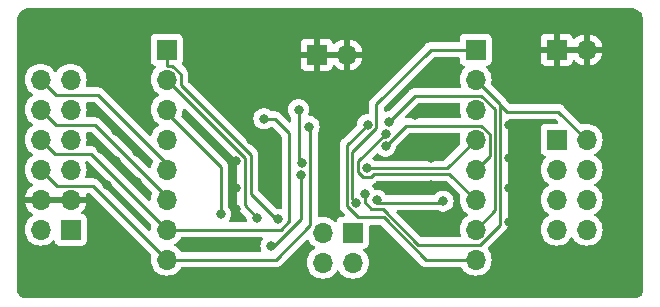
<source format=gbr>
%TF.GenerationSoftware,KiCad,Pcbnew,7.0.6*%
%TF.CreationDate,2024-05-30T22:34:02-07:00*%
%TF.ProjectId,pmod_lvl_shft,706d6f64-5f6c-4766-9c5f-736866742e6b,rev?*%
%TF.SameCoordinates,Original*%
%TF.FileFunction,Copper,L2,Bot*%
%TF.FilePolarity,Positive*%
%FSLAX46Y46*%
G04 Gerber Fmt 4.6, Leading zero omitted, Abs format (unit mm)*
G04 Created by KiCad (PCBNEW 7.0.6) date 2024-05-30 22:34:02*
%MOMM*%
%LPD*%
G01*
G04 APERTURE LIST*
%TA.AperFunction,ComponentPad*%
%ADD10R,1.700000X1.700000*%
%TD*%
%TA.AperFunction,ComponentPad*%
%ADD11O,1.700000X1.700000*%
%TD*%
%TA.AperFunction,ViaPad*%
%ADD12C,0.800000*%
%TD*%
%TA.AperFunction,Conductor*%
%ADD13C,0.254000*%
%TD*%
G04 APERTURE END LIST*
D10*
%TO.P,J7,1,Pin_1*%
%TO.N,/B1*%
X137160000Y-53340000D03*
D11*
%TO.P,J7,2,Pin_2*%
%TO.N,/B2*%
X137160000Y-55880000D03*
%TO.P,J7,3,Pin_3*%
%TO.N,/B3*%
X137160000Y-58420000D03*
%TO.P,J7,4,Pin_4*%
%TO.N,/B4*%
X137160000Y-60960000D03*
%TO.P,J7,5,Pin_5*%
%TO.N,/B5*%
X137160000Y-63500000D03*
%TO.P,J7,6,Pin_6*%
%TO.N,/B6*%
X137160000Y-66040000D03*
%TO.P,J7,7,Pin_7*%
%TO.N,/B7*%
X137160000Y-68580000D03*
%TO.P,J7,8,Pin_8*%
%TO.N,/B8*%
X137160000Y-71120000D03*
%TD*%
D10*
%TO.P,J6,1,Pin_1*%
%TO.N,/A1*%
X163322000Y-53340000D03*
D11*
%TO.P,J6,2,Pin_2*%
%TO.N,/A2*%
X163322000Y-55880000D03*
%TO.P,J6,3,Pin_3*%
%TO.N,/A3*%
X163322000Y-58420000D03*
%TO.P,J6,4,Pin_4*%
%TO.N,/A4*%
X163322000Y-60960000D03*
%TO.P,J6,5,Pin_5*%
%TO.N,/A5*%
X163322000Y-63500000D03*
%TO.P,J6,6,Pin_6*%
%TO.N,/A6*%
X163322000Y-66040000D03*
%TO.P,J6,7,Pin_7*%
%TO.N,/A7*%
X163322000Y-68580000D03*
%TO.P,J6,8,Pin_8*%
%TO.N,/A8*%
X163322000Y-71120000D03*
%TD*%
D10*
%TO.P,J5,1,Pin_1*%
%TO.N,GND*%
X149860000Y-53760000D03*
D11*
%TO.P,J5,2,Pin_2*%
X152400000Y-53760000D03*
%TD*%
D10*
%TO.P,J4,1,Pin_1*%
%TO.N,GND*%
X170180000Y-53340000D03*
D11*
%TO.P,J4,2,Pin_2*%
X172720000Y-53340000D03*
%TD*%
D10*
%TO.P,J3,1,Pin_1*%
%TO.N,/VCCA*%
X152913000Y-68829000D03*
D11*
%TO.P,J3,2,Pin_2*%
X152913000Y-71369000D03*
%TO.P,J3,3,Pin_3*%
%TO.N,/VCCB*%
X150373000Y-68829000D03*
%TO.P,J3,4,Pin_4*%
X150373000Y-71369000D03*
%TD*%
%TO.P,J2,12,Pin_12*%
%TO.N,/B5*%
X126492000Y-55880000D03*
%TO.P,J2,11,Pin_11*%
%TO.N,/B1*%
X129032000Y-55880000D03*
%TO.P,J2,10,Pin_10*%
%TO.N,/B6*%
X126492000Y-58420000D03*
%TO.P,J2,9,Pin_9*%
%TO.N,/B2*%
X129032000Y-58420000D03*
%TO.P,J2,8,Pin_8*%
%TO.N,/B7*%
X126492000Y-60960000D03*
%TO.P,J2,7,Pin_7*%
%TO.N,/B3*%
X129032000Y-60960000D03*
%TO.P,J2,6,Pin_6*%
%TO.N,/B8*%
X126492000Y-63500000D03*
%TO.P,J2,5,Pin_5*%
%TO.N,/B4*%
X129032000Y-63500000D03*
%TO.P,J2,4,Pin_4*%
%TO.N,GND*%
X126492000Y-66040000D03*
%TO.P,J2,3,Pin_3*%
X129032000Y-66040000D03*
%TO.P,J2,2,Pin_2*%
%TO.N,/VCCB*%
X126492000Y-68580000D03*
D10*
%TO.P,J2,1,Pin_1*%
X129032000Y-68580000D03*
%TD*%
%TO.P,J1,1,Pin_1*%
%TO.N,/A1*%
X170180000Y-60960000D03*
D11*
%TO.P,J1,2,Pin_2*%
%TO.N,/A2*%
X172720000Y-60960000D03*
%TO.P,J1,3,Pin_3*%
%TO.N,/A3*%
X170180000Y-63500000D03*
%TO.P,J1,4,Pin_4*%
%TO.N,/A4*%
X172720000Y-63500000D03*
%TO.P,J1,5,Pin_5*%
%TO.N,/A5*%
X170180000Y-66040000D03*
%TO.P,J1,6,Pin_6*%
%TO.N,/A6*%
X172720000Y-66040000D03*
%TO.P,J1,7,Pin_7*%
%TO.N,/A7*%
X170180000Y-68580000D03*
%TO.P,J1,8,Pin_8*%
%TO.N,/A8*%
X172720000Y-68580000D03*
%TD*%
D12*
%TO.N,GND*%
X166133500Y-59690000D03*
X166116000Y-70104000D03*
X166133500Y-67943500D03*
X161798000Y-67564000D03*
X166133500Y-65024000D03*
X166133500Y-62484000D03*
X132080000Y-67564000D03*
X132080000Y-64770000D03*
X132842000Y-57150000D03*
X131572000Y-61722000D03*
X134620000Y-64516000D03*
X134620000Y-61976000D03*
X132842000Y-60198000D03*
X156423300Y-65024000D03*
X159512000Y-62484000D03*
X159512000Y-64770000D03*
X144272000Y-57404000D03*
X142748000Y-59182000D03*
X144272000Y-60960000D03*
%TO.N,/B3*%
X145999200Y-69951600D03*
X141732000Y-67233800D03*
%TO.N,GND*%
X142976600Y-72136000D03*
X158191200Y-56159400D03*
X158191200Y-58826400D03*
X159156400Y-67589400D03*
X142996286Y-62743714D03*
X132836286Y-62743714D03*
%TO.N,/A3*%
X160553400Y-66167000D03*
%TO.N,/A4*%
X154123636Y-63376564D03*
%TO.N,/A3*%
X154940000Y-66090800D03*
%TO.N,/A8*%
X154178000Y-59690000D03*
%TO.N,/A7*%
X155956000Y-59436000D03*
%TO.N,/A6*%
X155702000Y-60452000D03*
%TO.N,/A5*%
X155702000Y-61480500D03*
%TO.N,/A2*%
X153924000Y-65532000D03*
%TO.N,/A1*%
X153162000Y-66294000D03*
%TO.N,GND*%
X142976600Y-69596000D03*
X143007714Y-65029714D03*
X143002000Y-66802000D03*
X146442781Y-65647219D03*
%TO.N,/B4*%
X148336000Y-58420000D03*
%TO.N,/B8*%
X149199082Y-59842918D03*
%TO.N,/B7*%
X145404299Y-59181061D03*
%TO.N,GND*%
X146050000Y-61992497D03*
%TO.N,/B4*%
X148591551Y-62961134D03*
%TO.N,/B3*%
X148541376Y-63959376D03*
%TO.N,/B2*%
X144820700Y-67564000D03*
%TO.N,/B1*%
X146595245Y-67702379D03*
%TD*%
D13*
%TO.N,/B6*%
X127762000Y-59690000D02*
X126492000Y-58420000D01*
X137160000Y-65786000D02*
X131064000Y-59690000D01*
X137160000Y-66040000D02*
X137160000Y-65786000D01*
X131064000Y-59690000D02*
X127762000Y-59690000D01*
%TO.N,/B5*%
X127762000Y-57150000D02*
X126492000Y-55880000D01*
X131318000Y-57150000D02*
X127762000Y-57150000D01*
X137160000Y-62992000D02*
X131318000Y-57150000D01*
X137160000Y-63500000D02*
X137160000Y-62992000D01*
%TO.N,/B8*%
X149318551Y-68218919D02*
X149318551Y-59962387D01*
X146417470Y-71120000D02*
X149318551Y-68218919D01*
X149318551Y-59962387D02*
X149199082Y-59842918D01*
X137160000Y-71120000D02*
X146417470Y-71120000D01*
%TO.N,/A3*%
X155143200Y-66294000D02*
X154940000Y-66090800D01*
X160426400Y-66294000D02*
X155143200Y-66294000D01*
X160553400Y-66167000D02*
X160426400Y-66294000D01*
%TO.N,/A6*%
X153396636Y-63677698D02*
X153396636Y-62757364D01*
X154424770Y-64103564D02*
X153822502Y-64103564D01*
X161093488Y-63830564D02*
X154697770Y-63830564D01*
X153822502Y-64103564D02*
X153396636Y-63677698D01*
X153396636Y-62757364D02*
X155702000Y-60452000D01*
X161103026Y-63821026D02*
X161093488Y-63830564D01*
X163322000Y-66040000D02*
X161103026Y-63821026D01*
X154697770Y-63830564D02*
X154424770Y-64103564D01*
%TO.N,/B1*%
X137160000Y-54703000D02*
X137160000Y-53340000D01*
X137647530Y-54703000D02*
X137160000Y-54703000D01*
X144272000Y-65532000D02*
X144272000Y-62230000D01*
X138337000Y-56295000D02*
X138337000Y-55392470D01*
X138337000Y-55392470D02*
X137647530Y-54703000D01*
X146442379Y-67702379D02*
X144272000Y-65532000D01*
X144272000Y-62230000D02*
X138337000Y-56295000D01*
X146595245Y-67702379D02*
X146442379Y-67702379D01*
%TO.N,/B2*%
X143764000Y-66507300D02*
X143764000Y-62484000D01*
X144820700Y-67564000D02*
X143764000Y-66507300D01*
X143764000Y-62484000D02*
X137160000Y-55880000D01*
%TO.N,/B3*%
X148541376Y-67688824D02*
X148541376Y-63959376D01*
X145999200Y-69951600D02*
X146278600Y-69951600D01*
X141732000Y-63258134D02*
X141732000Y-67233800D01*
X137160000Y-58686134D02*
X141732000Y-63258134D01*
X146278600Y-69951600D02*
X148541376Y-67688824D01*
X137160000Y-58420000D02*
X137160000Y-58686134D01*
%TO.N,/B7*%
X146315195Y-59181061D02*
X145404299Y-59181061D01*
X147539000Y-60404866D02*
X146315195Y-59181061D01*
X147539000Y-67865134D02*
X147539000Y-60404866D01*
X146824134Y-68580000D02*
X147539000Y-67865134D01*
X137160000Y-68580000D02*
X146824134Y-68580000D01*
%TO.N,/A2*%
X166014400Y-58572400D02*
X163322000Y-55880000D01*
X170332400Y-58572400D02*
X166014400Y-58572400D01*
X172720000Y-60960000D02*
X170332400Y-58572400D01*
X155445452Y-66817800D02*
X154498600Y-66817800D01*
X163716530Y-69850000D02*
X158477652Y-69850000D01*
X165407000Y-68159530D02*
X163716530Y-69850000D01*
X165407000Y-57965000D02*
X165407000Y-68159530D01*
X154498600Y-66817800D02*
X153924000Y-66243200D01*
X163322000Y-55880000D02*
X165407000Y-57965000D01*
X158477652Y-69850000D02*
X155445452Y-66817800D01*
X153924000Y-66243200D02*
X153924000Y-65532000D01*
%TO.N,/A8*%
X152435000Y-66595134D02*
X152435000Y-61433000D01*
X155524200Y-67538600D02*
X153378466Y-67538600D01*
X153378466Y-67538600D02*
X152435000Y-66595134D01*
X152435000Y-61433000D02*
X154178000Y-59690000D01*
X163322000Y-71120000D02*
X159105600Y-71120000D01*
X159105600Y-71120000D02*
X155524200Y-67538600D01*
%TO.N,/A1*%
X152889000Y-66021000D02*
X153162000Y-66294000D01*
X154905000Y-59991134D02*
X152889000Y-62007134D01*
X154905000Y-57934866D02*
X154905000Y-59991134D01*
X159499866Y-53340000D02*
X154905000Y-57934866D01*
X152889000Y-62007134D02*
X152889000Y-66021000D01*
X163322000Y-53340000D02*
X159499866Y-53340000D01*
%TO.N,/A7*%
X163809530Y-57243000D02*
X158149000Y-57243000D01*
X158149000Y-57243000D02*
X155956000Y-59436000D01*
X164953000Y-66949000D02*
X164953000Y-58386470D01*
X164953000Y-58386470D02*
X163809530Y-57243000D01*
X163322000Y-68580000D02*
X164953000Y-66949000D01*
%TO.N,/A5*%
X157399500Y-59783000D02*
X155702000Y-61480500D01*
X163809530Y-59783000D02*
X157399500Y-59783000D01*
X163322000Y-63500000D02*
X164499000Y-62323000D01*
X164499000Y-62323000D02*
X164499000Y-60472470D01*
X164499000Y-60472470D02*
X163809530Y-59783000D01*
%TO.N,/A4*%
X160905436Y-63376564D02*
X154123636Y-63376564D01*
X163322000Y-60960000D02*
X160905436Y-63376564D01*
%TO.N,/B4*%
X148336000Y-58420000D02*
X148336000Y-62705583D01*
X148336000Y-62705583D02*
X148591551Y-62961134D01*
%TO.N,/B8*%
X127855000Y-64863000D02*
X126492000Y-63500000D01*
X130903000Y-64863000D02*
X127855000Y-64863000D01*
X137160000Y-71120000D02*
X130903000Y-64863000D01*
%TO.N,/B7*%
X127669000Y-62137000D02*
X126492000Y-60960000D01*
X130717000Y-62137000D02*
X127669000Y-62137000D01*
X137160000Y-68580000D02*
X130717000Y-62137000D01*
%TD*%
%TA.AperFunction,Conductor*%
%TO.N,GND*%
G36*
X145245979Y-69227185D02*
G01*
X145291734Y-69279989D01*
X145301678Y-69349147D01*
X145272653Y-69412703D01*
X145271089Y-69414473D01*
X145266666Y-69419385D01*
X145172021Y-69583315D01*
X145172018Y-69583322D01*
X145114957Y-69758939D01*
X145113526Y-69763344D01*
X145093740Y-69951600D01*
X145113526Y-70139856D01*
X145113527Y-70139859D01*
X145174029Y-70326065D01*
X145172356Y-70326608D01*
X145180495Y-70387315D01*
X145150867Y-70450591D01*
X145091731Y-70487804D01*
X145057931Y-70492500D01*
X138433826Y-70492500D01*
X138366787Y-70472815D01*
X138332251Y-70439623D01*
X138198494Y-70248597D01*
X138031402Y-70081506D01*
X138031396Y-70081501D01*
X137845842Y-69951575D01*
X137802217Y-69896998D01*
X137795023Y-69827500D01*
X137826546Y-69765145D01*
X137845842Y-69748425D01*
X137914436Y-69700395D01*
X138031401Y-69618495D01*
X138198495Y-69451401D01*
X138332252Y-69260375D01*
X138386829Y-69216752D01*
X138433827Y-69207500D01*
X145178940Y-69207500D01*
X145245979Y-69227185D01*
G37*
%TD.AperFunction*%
%TA.AperFunction,Conductor*%
G36*
X160868322Y-64477749D02*
G01*
X160888964Y-64494383D01*
X161981164Y-65586583D01*
X162014649Y-65647906D01*
X162013258Y-65706356D01*
X161986939Y-65804583D01*
X161986936Y-65804596D01*
X161966341Y-66039999D01*
X161966341Y-66040000D01*
X161986936Y-66275403D01*
X161986938Y-66275413D01*
X162048094Y-66503655D01*
X162048096Y-66503659D01*
X162048097Y-66503663D01*
X162144677Y-66710779D01*
X162147965Y-66717830D01*
X162147967Y-66717834D01*
X162233431Y-66839888D01*
X162283501Y-66911396D01*
X162283506Y-66911402D01*
X162450597Y-67078493D01*
X162450603Y-67078498D01*
X162636158Y-67208425D01*
X162679783Y-67263002D01*
X162686977Y-67332500D01*
X162655454Y-67394855D01*
X162636158Y-67411575D01*
X162450597Y-67541505D01*
X162283505Y-67708597D01*
X162147965Y-67902169D01*
X162147964Y-67902171D01*
X162048098Y-68116335D01*
X162048094Y-68116344D01*
X161986938Y-68344586D01*
X161986936Y-68344596D01*
X161966341Y-68579999D01*
X161966341Y-68580000D01*
X161986936Y-68815403D01*
X161986938Y-68815413D01*
X162048094Y-69043655D01*
X162048096Y-69043660D01*
X162048097Y-69043663D01*
X162049233Y-69046099D01*
X162049411Y-69047272D01*
X162049947Y-69048744D01*
X162049651Y-69048851D01*
X162059723Y-69115176D01*
X162031201Y-69178959D01*
X161972724Y-69217197D01*
X161936849Y-69222500D01*
X158788933Y-69222500D01*
X158721894Y-69202815D01*
X158701252Y-69186181D01*
X156648252Y-67133181D01*
X156614767Y-67071858D01*
X156619751Y-67002166D01*
X156661623Y-66946233D01*
X156727087Y-66921816D01*
X156735933Y-66921500D01*
X160019569Y-66921500D01*
X160086608Y-66941185D01*
X160092456Y-66945183D01*
X160100669Y-66951150D01*
X160100670Y-66951151D01*
X160273592Y-67028142D01*
X160273597Y-67028144D01*
X160458754Y-67067500D01*
X160458755Y-67067500D01*
X160648044Y-67067500D01*
X160648046Y-67067500D01*
X160833203Y-67028144D01*
X161006130Y-66951151D01*
X161159271Y-66839888D01*
X161285933Y-66699216D01*
X161380579Y-66535284D01*
X161439074Y-66355256D01*
X161458860Y-66167000D01*
X161439074Y-65978744D01*
X161380579Y-65798716D01*
X161285933Y-65634784D01*
X161159271Y-65494112D01*
X161155507Y-65491377D01*
X161006134Y-65382851D01*
X161006129Y-65382848D01*
X160833207Y-65305857D01*
X160833202Y-65305855D01*
X160687401Y-65274865D01*
X160648046Y-65266500D01*
X160458754Y-65266500D01*
X160432497Y-65272081D01*
X160273597Y-65305855D01*
X160273592Y-65305857D01*
X160100670Y-65382848D01*
X160100665Y-65382851D01*
X159947529Y-65494111D01*
X159906211Y-65540000D01*
X159838638Y-65615048D01*
X159829252Y-65625472D01*
X159769765Y-65662121D01*
X159737102Y-65666500D01*
X155806430Y-65666500D01*
X155739391Y-65646815D01*
X155699043Y-65604500D01*
X155686402Y-65582607D01*
X155672533Y-65558584D01*
X155545871Y-65417912D01*
X155545870Y-65417911D01*
X155392734Y-65306651D01*
X155392729Y-65306648D01*
X155219807Y-65229657D01*
X155219802Y-65229655D01*
X155074001Y-65198665D01*
X155034646Y-65190300D01*
X154845354Y-65190300D01*
X154838856Y-65190300D01*
X154838856Y-65187483D01*
X154782228Y-65177040D01*
X154731275Y-65129232D01*
X154730774Y-65128372D01*
X154657749Y-65001891D01*
X154656533Y-64999784D01*
X154568093Y-64901562D01*
X154537864Y-64838572D01*
X154546489Y-64769237D01*
X154591230Y-64715571D01*
X154614589Y-64703302D01*
X154619372Y-64701407D01*
X154625535Y-64698967D01*
X154631052Y-64697078D01*
X154675961Y-64684032D01*
X154693285Y-64673785D01*
X154710753Y-64665227D01*
X154729473Y-64657817D01*
X154767312Y-64630323D01*
X154772161Y-64627138D01*
X154812426Y-64603327D01*
X154826667Y-64589084D01*
X154841448Y-64576461D01*
X154857737Y-64564627D01*
X154857739Y-64564623D01*
X154857741Y-64564623D01*
X154879352Y-64538498D01*
X154887541Y-64528597D01*
X154891466Y-64524286D01*
X154921371Y-64494381D01*
X154982695Y-64460897D01*
X155009051Y-64458064D01*
X160801283Y-64458064D01*
X160868322Y-64477749D01*
G37*
%TD.AperFunction*%
%TA.AperFunction,Conductor*%
G36*
X130472758Y-62784185D02*
G01*
X130493400Y-62800819D01*
X135819164Y-68126583D01*
X135852649Y-68187906D01*
X135851258Y-68246356D01*
X135824939Y-68344583D01*
X135824936Y-68344596D01*
X135803869Y-68585394D01*
X135802086Y-68585238D01*
X135784656Y-68644599D01*
X135731852Y-68690354D01*
X135662694Y-68700298D01*
X135599138Y-68671273D01*
X135592660Y-68665241D01*
X131405376Y-64477957D01*
X131395531Y-64465668D01*
X131395313Y-64465849D01*
X131390340Y-64459838D01*
X131388451Y-64458064D01*
X131339741Y-64412322D01*
X131329268Y-64401849D01*
X131318797Y-64391377D01*
X131313296Y-64387111D01*
X131308848Y-64383312D01*
X131274768Y-64351308D01*
X131274763Y-64351304D01*
X131257122Y-64341606D01*
X131240857Y-64330922D01*
X131224963Y-64318593D01*
X131224962Y-64318592D01*
X131209804Y-64312032D01*
X131182054Y-64300023D01*
X131176807Y-64297453D01*
X131135837Y-64274929D01*
X131135828Y-64274926D01*
X131116334Y-64269920D01*
X131097933Y-64263620D01*
X131079459Y-64255626D01*
X131079452Y-64255624D01*
X131033287Y-64248313D01*
X131027563Y-64247128D01*
X130982279Y-64235500D01*
X130982272Y-64235500D01*
X130962142Y-64235500D01*
X130942743Y-64233973D01*
X130922868Y-64230825D01*
X130922867Y-64230825D01*
X130876321Y-64235225D01*
X130870483Y-64235500D01*
X130373784Y-64235500D01*
X130306745Y-64215815D01*
X130260990Y-64163011D01*
X130251046Y-64093853D01*
X130261402Y-64059095D01*
X130305903Y-63963663D01*
X130367063Y-63735408D01*
X130387659Y-63500000D01*
X130367063Y-63264592D01*
X130305903Y-63036337D01*
X130261402Y-62940905D01*
X130250910Y-62871827D01*
X130279430Y-62808043D01*
X130337906Y-62769804D01*
X130373784Y-62764500D01*
X130405719Y-62764500D01*
X130472758Y-62784185D01*
G37*
%TD.AperFunction*%
%TA.AperFunction,Conductor*%
G36*
X138720862Y-58328727D02*
G01*
X138727340Y-58334759D01*
X143100181Y-62707600D01*
X143133666Y-62768923D01*
X143136500Y-62795281D01*
X143136500Y-66424332D01*
X143134772Y-66439981D01*
X143135054Y-66440008D01*
X143134319Y-66447775D01*
X143136500Y-66517159D01*
X143136500Y-66546777D01*
X143137371Y-66553680D01*
X143137829Y-66559499D01*
X143139298Y-66606242D01*
X143144916Y-66625575D01*
X143148862Y-66644629D01*
X143151383Y-66664587D01*
X143151386Y-66664599D01*
X143168595Y-66708065D01*
X143170487Y-66713593D01*
X143183530Y-66758487D01*
X143183530Y-66758488D01*
X143193777Y-66775815D01*
X143202335Y-66793285D01*
X143209745Y-66812001D01*
X143237229Y-66849829D01*
X143240437Y-66854713D01*
X143264234Y-66894952D01*
X143264240Y-66894960D01*
X143278469Y-66909188D01*
X143291109Y-66923987D01*
X143302934Y-66940264D01*
X143302936Y-66940265D01*
X143302937Y-66940267D01*
X143316094Y-66951151D01*
X143338957Y-66970065D01*
X143343268Y-66973987D01*
X143614218Y-67244937D01*
X143882071Y-67512790D01*
X143915556Y-67574113D01*
X143917710Y-67587505D01*
X143935026Y-67752256D01*
X143935027Y-67752259D01*
X143947349Y-67790182D01*
X143949344Y-67860023D01*
X143913264Y-67919856D01*
X143850563Y-67950684D01*
X143829418Y-67952500D01*
X142571641Y-67952500D01*
X142504602Y-67932815D01*
X142458847Y-67880011D01*
X142448903Y-67810853D01*
X142464254Y-67766500D01*
X142497684Y-67708597D01*
X142559179Y-67602084D01*
X142617674Y-67422056D01*
X142637460Y-67233800D01*
X142617674Y-67045544D01*
X142559179Y-66865516D01*
X142464533Y-66701584D01*
X142391350Y-66620306D01*
X142361120Y-66557315D01*
X142359500Y-66537334D01*
X142359500Y-63341098D01*
X142361228Y-63325448D01*
X142360946Y-63325422D01*
X142361680Y-63317659D01*
X142359500Y-63248288D01*
X142359500Y-63218662D01*
X142359500Y-63218658D01*
X142358627Y-63211748D01*
X142358168Y-63205919D01*
X142356700Y-63159191D01*
X142354735Y-63152428D01*
X142351082Y-63139854D01*
X142347138Y-63120808D01*
X142344616Y-63100841D01*
X142327402Y-63057365D01*
X142325513Y-63051844D01*
X142312468Y-63006942D01*
X142302225Y-62989623D01*
X142293662Y-62972145D01*
X142286253Y-62953431D01*
X142286253Y-62953430D01*
X142258771Y-62915606D01*
X142255567Y-62910730D01*
X142231763Y-62870478D01*
X142231761Y-62870476D01*
X142231759Y-62870473D01*
X142217531Y-62856246D01*
X142204896Y-62841454D01*
X142193063Y-62825167D01*
X142193060Y-62825165D01*
X142193060Y-62825164D01*
X142193059Y-62825163D01*
X142157035Y-62795362D01*
X142152713Y-62791428D01*
X138435207Y-59073922D01*
X138401722Y-59012599D01*
X138406706Y-58942907D01*
X138410496Y-58933858D01*
X138433903Y-58883663D01*
X138495063Y-58655408D01*
X138515659Y-58420000D01*
X138515659Y-58419999D01*
X138516131Y-58414606D01*
X138517913Y-58414761D01*
X138535344Y-58355401D01*
X138588148Y-58309646D01*
X138657306Y-58299702D01*
X138720862Y-58328727D01*
G37*
%TD.AperFunction*%
%TA.AperFunction,Conductor*%
G36*
X128572507Y-65830156D02*
G01*
X128532000Y-65968111D01*
X128532000Y-66111889D01*
X128572507Y-66249844D01*
X128598314Y-66290000D01*
X126925686Y-66290000D01*
X126951493Y-66249844D01*
X126992000Y-66111889D01*
X126992000Y-65968111D01*
X126951493Y-65830156D01*
X126925686Y-65790000D01*
X128598314Y-65790000D01*
X128572507Y-65830156D01*
G37*
%TD.AperFunction*%
%TA.AperFunction,Conductor*%
G36*
X130819758Y-60337185D02*
G01*
X130840400Y-60353819D01*
X135880933Y-65394352D01*
X135914418Y-65455675D01*
X135909434Y-65525367D01*
X135905636Y-65534435D01*
X135886094Y-65576344D01*
X135824938Y-65804586D01*
X135824936Y-65804596D01*
X135803869Y-66045394D01*
X135802086Y-66045238D01*
X135784656Y-66104598D01*
X135731852Y-66150353D01*
X135662694Y-66160297D01*
X135599138Y-66131272D01*
X135592660Y-66125240D01*
X131219376Y-61751957D01*
X131209531Y-61739668D01*
X131209313Y-61739849D01*
X131204340Y-61733838D01*
X131204340Y-61733837D01*
X131153741Y-61686322D01*
X131143268Y-61675849D01*
X131132797Y-61665377D01*
X131127296Y-61661111D01*
X131122848Y-61657312D01*
X131088768Y-61625308D01*
X131088763Y-61625304D01*
X131071122Y-61615606D01*
X131054857Y-61604922D01*
X131054524Y-61604664D01*
X131038962Y-61592592D01*
X131023804Y-61586032D01*
X130996054Y-61574023D01*
X130990807Y-61571453D01*
X130949837Y-61548929D01*
X130949828Y-61548926D01*
X130930334Y-61543920D01*
X130911933Y-61537620D01*
X130893459Y-61529626D01*
X130893452Y-61529624D01*
X130847287Y-61522313D01*
X130841563Y-61521128D01*
X130796279Y-61509500D01*
X130796272Y-61509500D01*
X130776142Y-61509500D01*
X130756743Y-61507973D01*
X130736868Y-61504825D01*
X130736867Y-61504825D01*
X130690321Y-61509225D01*
X130684483Y-61509500D01*
X130444503Y-61509500D01*
X130377464Y-61489815D01*
X130331709Y-61437011D01*
X130321765Y-61367853D01*
X130324728Y-61353407D01*
X130355631Y-61238072D01*
X130367063Y-61195408D01*
X130387659Y-60960000D01*
X130367063Y-60724592D01*
X130305903Y-60496337D01*
X130304766Y-60493900D01*
X130304588Y-60492727D01*
X130304053Y-60491256D01*
X130304348Y-60491148D01*
X130294277Y-60424824D01*
X130322799Y-60361041D01*
X130381276Y-60322803D01*
X130417151Y-60317500D01*
X130752719Y-60317500D01*
X130819758Y-60337185D01*
G37*
%TD.AperFunction*%
%TA.AperFunction,Conductor*%
G36*
X131073758Y-57797185D02*
G01*
X131094400Y-57813819D01*
X135961709Y-62681128D01*
X135995194Y-62742451D01*
X135990210Y-62812143D01*
X135986410Y-62821213D01*
X135886099Y-63036330D01*
X135886094Y-63036344D01*
X135824938Y-63264586D01*
X135824937Y-63264593D01*
X135824064Y-63274569D01*
X135798608Y-63339636D01*
X135742015Y-63380612D01*
X135672252Y-63384486D01*
X135612855Y-63351436D01*
X131566376Y-59304957D01*
X131556531Y-59292668D01*
X131556313Y-59292849D01*
X131551340Y-59286838D01*
X131520571Y-59257944D01*
X131500741Y-59239322D01*
X131490166Y-59228747D01*
X131479797Y-59218377D01*
X131474296Y-59214111D01*
X131469848Y-59210312D01*
X131435768Y-59178308D01*
X131435763Y-59178304D01*
X131418122Y-59168606D01*
X131401857Y-59157922D01*
X131401680Y-59157785D01*
X131385962Y-59145592D01*
X131370804Y-59139032D01*
X131343054Y-59127023D01*
X131337807Y-59124453D01*
X131296837Y-59101929D01*
X131296828Y-59101926D01*
X131277334Y-59096920D01*
X131258933Y-59090620D01*
X131240459Y-59082626D01*
X131240452Y-59082624D01*
X131194287Y-59075313D01*
X131188563Y-59074128D01*
X131143279Y-59062500D01*
X131143272Y-59062500D01*
X131123142Y-59062500D01*
X131103743Y-59060973D01*
X131083868Y-59057825D01*
X131083867Y-59057825D01*
X131037321Y-59062225D01*
X131031483Y-59062500D01*
X130417151Y-59062500D01*
X130350112Y-59042815D01*
X130304357Y-58990011D01*
X130294413Y-58920853D01*
X130304766Y-58886101D01*
X130305903Y-58883663D01*
X130367063Y-58655408D01*
X130387659Y-58420000D01*
X130367063Y-58184592D01*
X130312061Y-57979320D01*
X130305905Y-57956344D01*
X130305904Y-57956343D01*
X130305903Y-57956337D01*
X130304766Y-57953900D01*
X130304588Y-57952727D01*
X130304053Y-57951256D01*
X130304348Y-57951148D01*
X130294277Y-57884824D01*
X130322799Y-57821041D01*
X130381276Y-57782803D01*
X130417151Y-57777500D01*
X131006719Y-57777500D01*
X131073758Y-57797185D01*
G37*
%TD.AperFunction*%
%TA.AperFunction,Conductor*%
G36*
X161976536Y-60430185D02*
G01*
X162022291Y-60482989D01*
X162032235Y-60552147D01*
X162029272Y-60566593D01*
X161986938Y-60724586D01*
X161986936Y-60724596D01*
X161966341Y-60959999D01*
X161966341Y-60960000D01*
X161986936Y-61195403D01*
X161986938Y-61195413D01*
X162013258Y-61293641D01*
X162011595Y-61363491D01*
X161981164Y-61413415D01*
X160681836Y-62712745D01*
X160620513Y-62746230D01*
X160594155Y-62749064D01*
X154825583Y-62749064D01*
X154758544Y-62729379D01*
X154733436Y-62708040D01*
X154729507Y-62703676D01*
X154729505Y-62703675D01*
X154729503Y-62703672D01*
X154729500Y-62703670D01*
X154620057Y-62624155D01*
X154577391Y-62568825D01*
X154571412Y-62499212D01*
X154604018Y-62437417D01*
X154605191Y-62436226D01*
X154905137Y-62136280D01*
X154966458Y-62102797D01*
X155036150Y-62107781D01*
X155084964Y-62140989D01*
X155096127Y-62153386D01*
X155096135Y-62153393D01*
X155249265Y-62264648D01*
X155249270Y-62264651D01*
X155422192Y-62341642D01*
X155422197Y-62341644D01*
X155607354Y-62381000D01*
X155607355Y-62381000D01*
X155796644Y-62381000D01*
X155796646Y-62381000D01*
X155981803Y-62341644D01*
X156154730Y-62264651D01*
X156307871Y-62153388D01*
X156434533Y-62012716D01*
X156529179Y-61848784D01*
X156587674Y-61668756D01*
X156604989Y-61504005D01*
X156631572Y-61439394D01*
X156640619Y-61429298D01*
X157623099Y-60446819D01*
X157684423Y-60413334D01*
X157710781Y-60410500D01*
X161909497Y-60410500D01*
X161976536Y-60430185D01*
G37*
%TD.AperFunction*%
%TA.AperFunction,Conductor*%
G36*
X161976536Y-57890185D02*
G01*
X162022291Y-57942989D01*
X162032235Y-58012147D01*
X162029272Y-58026593D01*
X161986938Y-58184586D01*
X161986936Y-58184596D01*
X161966341Y-58419999D01*
X161966341Y-58420000D01*
X161986936Y-58655403D01*
X161986938Y-58655413D01*
X162048094Y-58883655D01*
X162048096Y-58883659D01*
X162048097Y-58883663D01*
X162065439Y-58920853D01*
X162092598Y-58979095D01*
X162103090Y-59048173D01*
X162074570Y-59111957D01*
X162016094Y-59150196D01*
X161980216Y-59155500D01*
X157482467Y-59155500D01*
X157466818Y-59153772D01*
X157466792Y-59154054D01*
X157459023Y-59153319D01*
X157428327Y-59154284D01*
X157360702Y-59136714D01*
X157313312Y-59085372D01*
X157301203Y-59016560D01*
X157328218Y-58952124D01*
X157336740Y-58942677D01*
X158372599Y-57906819D01*
X158433923Y-57873334D01*
X158460281Y-57870500D01*
X161909497Y-57870500D01*
X161976536Y-57890185D01*
G37*
%TD.AperFunction*%
%TA.AperFunction,Conductor*%
G36*
X161914540Y-53987185D02*
G01*
X161960295Y-54039989D01*
X161971501Y-54091500D01*
X161971501Y-54237876D01*
X161977908Y-54297483D01*
X162028202Y-54432328D01*
X162028206Y-54432335D01*
X162114452Y-54547544D01*
X162114455Y-54547547D01*
X162229664Y-54633793D01*
X162229671Y-54633797D01*
X162361081Y-54682810D01*
X162417015Y-54724681D01*
X162441432Y-54790145D01*
X162426580Y-54858418D01*
X162405430Y-54886673D01*
X162283503Y-55008600D01*
X162147965Y-55202169D01*
X162147964Y-55202171D01*
X162048098Y-55416335D01*
X162048094Y-55416344D01*
X161986938Y-55644586D01*
X161986936Y-55644596D01*
X161966341Y-55879999D01*
X161966341Y-55880000D01*
X161986936Y-56115403D01*
X161986938Y-56115413D01*
X162048094Y-56343655D01*
X162048096Y-56343659D01*
X162048097Y-56343663D01*
X162065439Y-56380853D01*
X162092598Y-56439095D01*
X162103090Y-56508173D01*
X162074570Y-56571957D01*
X162016094Y-56610196D01*
X161980216Y-56615500D01*
X158231965Y-56615500D01*
X158216314Y-56613772D01*
X158216288Y-56614054D01*
X158208525Y-56613319D01*
X158139154Y-56615500D01*
X158109521Y-56615500D01*
X158102607Y-56616373D01*
X158096790Y-56616830D01*
X158050058Y-56618299D01*
X158050054Y-56618300D01*
X158030722Y-56623916D01*
X158011682Y-56627859D01*
X157991712Y-56630382D01*
X157991708Y-56630383D01*
X157948237Y-56647594D01*
X157942710Y-56649486D01*
X157897812Y-56662530D01*
X157897805Y-56662533D01*
X157880480Y-56672779D01*
X157863010Y-56681337D01*
X157844298Y-56688745D01*
X157806463Y-56716233D01*
X157801580Y-56719440D01*
X157761346Y-56743234D01*
X157747106Y-56757474D01*
X157732320Y-56770102D01*
X157716033Y-56781936D01*
X157716032Y-56781936D01*
X157686227Y-56817963D01*
X157682295Y-56822284D01*
X156005400Y-58499181D01*
X155944077Y-58532666D01*
X155917719Y-58535500D01*
X155861352Y-58535500D01*
X155682280Y-58573562D01*
X155612613Y-58568246D01*
X155556880Y-58526108D01*
X155532775Y-58460528D01*
X155532500Y-58452272D01*
X155532500Y-58246147D01*
X155552185Y-58179108D01*
X155568819Y-58158466D01*
X159723466Y-54003819D01*
X159784789Y-53970334D01*
X159811147Y-53967500D01*
X161847501Y-53967500D01*
X161914540Y-53987185D01*
G37*
%TD.AperFunction*%
%TA.AperFunction,Conductor*%
G36*
X151940507Y-53550156D02*
G01*
X151900000Y-53688111D01*
X151900000Y-53831889D01*
X151940507Y-53969844D01*
X151966314Y-54010000D01*
X150293686Y-54010000D01*
X150319493Y-53969844D01*
X150360000Y-53831889D01*
X150360000Y-53688111D01*
X150319493Y-53550156D01*
X150293686Y-53510000D01*
X151966314Y-53510000D01*
X151940507Y-53550156D01*
G37*
%TD.AperFunction*%
%TA.AperFunction,Conductor*%
G36*
X172260507Y-53130156D02*
G01*
X172220000Y-53268111D01*
X172220000Y-53411889D01*
X172260507Y-53549844D01*
X172286314Y-53590000D01*
X170613686Y-53590000D01*
X170639493Y-53549844D01*
X170680000Y-53411889D01*
X170680000Y-53268111D01*
X170639493Y-53130156D01*
X170613686Y-53090000D01*
X172286314Y-53090000D01*
X172260507Y-53130156D01*
G37*
%TD.AperFunction*%
%TA.AperFunction,Conductor*%
G36*
X176532694Y-49830735D02*
G01*
X176687546Y-49844283D01*
X176708823Y-49848034D01*
X176851111Y-49886160D01*
X176871420Y-49893553D01*
X177004914Y-49955802D01*
X177023633Y-49966609D01*
X177144299Y-50051100D01*
X177160857Y-50064994D01*
X177265005Y-50169142D01*
X177278899Y-50185700D01*
X177363390Y-50306366D01*
X177374197Y-50325085D01*
X177436446Y-50458579D01*
X177443839Y-50478889D01*
X177481963Y-50621169D01*
X177485716Y-50642455D01*
X177499264Y-50797300D01*
X177499500Y-50802706D01*
X177499500Y-73656951D01*
X177499201Y-73663032D01*
X177486949Y-73787431D01*
X177482207Y-73811272D01*
X177448580Y-73922125D01*
X177439277Y-73944583D01*
X177384674Y-74046739D01*
X177371169Y-74066951D01*
X177297682Y-74156494D01*
X177280494Y-74173682D01*
X177190951Y-74247169D01*
X177170739Y-74260674D01*
X177068583Y-74315277D01*
X177046125Y-74324580D01*
X176935272Y-74358207D01*
X176911431Y-74362949D01*
X176787032Y-74375201D01*
X176780951Y-74375500D01*
X125225049Y-74375500D01*
X125218968Y-74375201D01*
X125094568Y-74362949D01*
X125070727Y-74358207D01*
X124959874Y-74324580D01*
X124937416Y-74315277D01*
X124835260Y-74260674D01*
X124815048Y-74247169D01*
X124725505Y-74173682D01*
X124708317Y-74156494D01*
X124634830Y-74066951D01*
X124621325Y-74046739D01*
X124566722Y-73944583D01*
X124557419Y-73922125D01*
X124523790Y-73811266D01*
X124519051Y-73787436D01*
X124506799Y-73663031D01*
X124506500Y-73656951D01*
X124506500Y-73612405D01*
X124506500Y-68580000D01*
X125136341Y-68580000D01*
X125156936Y-68815403D01*
X125156938Y-68815413D01*
X125218094Y-69043655D01*
X125218096Y-69043659D01*
X125218097Y-69043663D01*
X125301358Y-69222217D01*
X125317965Y-69257830D01*
X125317967Y-69257834D01*
X125358175Y-69315256D01*
X125453505Y-69451401D01*
X125620599Y-69618495D01*
X125717384Y-69686264D01*
X125814165Y-69754032D01*
X125814167Y-69754033D01*
X125814170Y-69754035D01*
X126028337Y-69853903D01*
X126256592Y-69915063D01*
X126433034Y-69930500D01*
X126491999Y-69935659D01*
X126492000Y-69935659D01*
X126492001Y-69935659D01*
X126550966Y-69930500D01*
X126727408Y-69915063D01*
X126955663Y-69853903D01*
X127169830Y-69754035D01*
X127363401Y-69618495D01*
X127485329Y-69496566D01*
X127546648Y-69463084D01*
X127616340Y-69468068D01*
X127672274Y-69509939D01*
X127689189Y-69540917D01*
X127738202Y-69672328D01*
X127738206Y-69672335D01*
X127824452Y-69787544D01*
X127824455Y-69787547D01*
X127939664Y-69873793D01*
X127939671Y-69873797D01*
X128074517Y-69924091D01*
X128074516Y-69924091D01*
X128081444Y-69924835D01*
X128134127Y-69930500D01*
X129929872Y-69930499D01*
X129989483Y-69924091D01*
X130124331Y-69873796D01*
X130239546Y-69787546D01*
X130325796Y-69672331D01*
X130376091Y-69537483D01*
X130382500Y-69477873D01*
X130382499Y-67682128D01*
X130376091Y-67622517D01*
X130374810Y-67619083D01*
X130325797Y-67487671D01*
X130325793Y-67487664D01*
X130239547Y-67372455D01*
X130239544Y-67372452D01*
X130124335Y-67286206D01*
X130124328Y-67286202D01*
X129992401Y-67236997D01*
X129936467Y-67195126D01*
X129912050Y-67129662D01*
X129926902Y-67061389D01*
X129948053Y-67033133D01*
X130070108Y-66911078D01*
X130205600Y-66717578D01*
X130305429Y-66503492D01*
X130305432Y-66503486D01*
X130362636Y-66290000D01*
X129465686Y-66290000D01*
X129491493Y-66249844D01*
X129532000Y-66111889D01*
X129532000Y-65968111D01*
X129491493Y-65830156D01*
X129465686Y-65790000D01*
X130362636Y-65790000D01*
X130362635Y-65789999D01*
X130324210Y-65646594D01*
X130325873Y-65576744D01*
X130365035Y-65518881D01*
X130429264Y-65491377D01*
X130443985Y-65490500D01*
X130591719Y-65490500D01*
X130658758Y-65510185D01*
X130679400Y-65526819D01*
X135819164Y-70666583D01*
X135852649Y-70727906D01*
X135851258Y-70786356D01*
X135824939Y-70884583D01*
X135824936Y-70884596D01*
X135804341Y-71119999D01*
X135804341Y-71120000D01*
X135824936Y-71355403D01*
X135824938Y-71355413D01*
X135886094Y-71583655D01*
X135886096Y-71583659D01*
X135886097Y-71583663D01*
X135961875Y-71746169D01*
X135985965Y-71797830D01*
X135985967Y-71797834D01*
X136016215Y-71841032D01*
X136121505Y-71991401D01*
X136288599Y-72158495D01*
X136385384Y-72226265D01*
X136482165Y-72294032D01*
X136482167Y-72294033D01*
X136482170Y-72294035D01*
X136696337Y-72393903D01*
X136924592Y-72455063D01*
X137112918Y-72471539D01*
X137159999Y-72475659D01*
X137160000Y-72475659D01*
X137160001Y-72475659D01*
X137199234Y-72472226D01*
X137395408Y-72455063D01*
X137623663Y-72393903D01*
X137837830Y-72294035D01*
X138031401Y-72158495D01*
X138198495Y-71991401D01*
X138332252Y-71800375D01*
X138386829Y-71756752D01*
X138433827Y-71747500D01*
X146334503Y-71747500D01*
X146350151Y-71749227D01*
X146350178Y-71748946D01*
X146357945Y-71749680D01*
X146357946Y-71749679D01*
X146357947Y-71749680D01*
X146427330Y-71747500D01*
X146456946Y-71747500D01*
X146463848Y-71746627D01*
X146469660Y-71746169D01*
X146516413Y-71744701D01*
X146535742Y-71739084D01*
X146554798Y-71735137D01*
X146574763Y-71732616D01*
X146618240Y-71715401D01*
X146623746Y-71713516D01*
X146668661Y-71700468D01*
X146685985Y-71690221D01*
X146703453Y-71681663D01*
X146722173Y-71674253D01*
X146760012Y-71646759D01*
X146764861Y-71643574D01*
X146805126Y-71619763D01*
X146819367Y-71605520D01*
X146834148Y-71592897D01*
X146850437Y-71581063D01*
X146850439Y-71581059D01*
X146850441Y-71581059D01*
X146862315Y-71566703D01*
X146880246Y-71545028D01*
X146884159Y-71540728D01*
X148984412Y-69440475D01*
X149045733Y-69406992D01*
X149115425Y-69411976D01*
X149171358Y-69453848D01*
X149184473Y-69475752D01*
X149198966Y-69506832D01*
X149334501Y-69700395D01*
X149334506Y-69700402D01*
X149501597Y-69867493D01*
X149501603Y-69867498D01*
X149687158Y-69997425D01*
X149730783Y-70052002D01*
X149737977Y-70121500D01*
X149706454Y-70183855D01*
X149687158Y-70200575D01*
X149501597Y-70330505D01*
X149334505Y-70497597D01*
X149198965Y-70691169D01*
X149198964Y-70691171D01*
X149099098Y-70905335D01*
X149099094Y-70905344D01*
X149037938Y-71133586D01*
X149037936Y-71133596D01*
X149017341Y-71368999D01*
X149017341Y-71369000D01*
X149037936Y-71604403D01*
X149037938Y-71604413D01*
X149099094Y-71832655D01*
X149099096Y-71832659D01*
X149099097Y-71832663D01*
X149179004Y-72004023D01*
X149198965Y-72046830D01*
X149198967Y-72046834D01*
X149277152Y-72158493D01*
X149334505Y-72240401D01*
X149501599Y-72407495D01*
X149569530Y-72455061D01*
X149695165Y-72543032D01*
X149695167Y-72543033D01*
X149695170Y-72543035D01*
X149909337Y-72642903D01*
X150137592Y-72704063D01*
X150325918Y-72720539D01*
X150372999Y-72724659D01*
X150373000Y-72724659D01*
X150373001Y-72724659D01*
X150412234Y-72721226D01*
X150608408Y-72704063D01*
X150836663Y-72642903D01*
X151050830Y-72543035D01*
X151244401Y-72407495D01*
X151411495Y-72240401D01*
X151541424Y-72054842D01*
X151596002Y-72011217D01*
X151665500Y-72004023D01*
X151727855Y-72035546D01*
X151744575Y-72054842D01*
X151874500Y-72240395D01*
X151874505Y-72240401D01*
X152041599Y-72407495D01*
X152109530Y-72455061D01*
X152235165Y-72543032D01*
X152235167Y-72543033D01*
X152235170Y-72543035D01*
X152449337Y-72642903D01*
X152677592Y-72704063D01*
X152865918Y-72720539D01*
X152912999Y-72724659D01*
X152913000Y-72724659D01*
X152913001Y-72724659D01*
X152952234Y-72721226D01*
X153148408Y-72704063D01*
X153376663Y-72642903D01*
X153590830Y-72543035D01*
X153784401Y-72407495D01*
X153951495Y-72240401D01*
X154087035Y-72046830D01*
X154186903Y-71832663D01*
X154248063Y-71604408D01*
X154268659Y-71369000D01*
X154248063Y-71133592D01*
X154186903Y-70905337D01*
X154087035Y-70691171D01*
X154081424Y-70683158D01*
X153951496Y-70497600D01*
X153893519Y-70439623D01*
X153829567Y-70375671D01*
X153796084Y-70314351D01*
X153801068Y-70244659D01*
X153842939Y-70188725D01*
X153873915Y-70171810D01*
X154005331Y-70122796D01*
X154120546Y-70036546D01*
X154206796Y-69921331D01*
X154257091Y-69786483D01*
X154263500Y-69726873D01*
X154263499Y-68290099D01*
X154283184Y-68223061D01*
X154335987Y-68177306D01*
X154387499Y-68166100D01*
X155212919Y-68166100D01*
X155279958Y-68185785D01*
X155300600Y-68202419D01*
X158603224Y-71505043D01*
X158613071Y-71517333D01*
X158613289Y-71517154D01*
X158618257Y-71523160D01*
X158668857Y-71570677D01*
X158689801Y-71591620D01*
X158689807Y-71591626D01*
X158695297Y-71595883D01*
X158699748Y-71599684D01*
X158733835Y-71631695D01*
X158733837Y-71631696D01*
X158751467Y-71641387D01*
X158767735Y-71652072D01*
X158783638Y-71664408D01*
X158783640Y-71664409D01*
X158783642Y-71664410D01*
X158804980Y-71673643D01*
X158826543Y-71682974D01*
X158831790Y-71685545D01*
X158840303Y-71690225D01*
X158872766Y-71708072D01*
X158892267Y-71713079D01*
X158910665Y-71719378D01*
X158929141Y-71727373D01*
X158975340Y-71734690D01*
X158981014Y-71735865D01*
X159026328Y-71747500D01*
X159046464Y-71747500D01*
X159065863Y-71749027D01*
X159085733Y-71752174D01*
X159132270Y-71747774D01*
X159138107Y-71747500D01*
X162048173Y-71747500D01*
X162115212Y-71767185D01*
X162149747Y-71800375D01*
X162283505Y-71991401D01*
X162450599Y-72158495D01*
X162547384Y-72226265D01*
X162644165Y-72294032D01*
X162644167Y-72294033D01*
X162644170Y-72294035D01*
X162858337Y-72393903D01*
X163086592Y-72455063D01*
X163274918Y-72471539D01*
X163321999Y-72475659D01*
X163322000Y-72475659D01*
X163322001Y-72475659D01*
X163361234Y-72472226D01*
X163557408Y-72455063D01*
X163785663Y-72393903D01*
X163999830Y-72294035D01*
X164193401Y-72158495D01*
X164360495Y-71991401D01*
X164496035Y-71797830D01*
X164595903Y-71583663D01*
X164657063Y-71355408D01*
X164677659Y-71120000D01*
X164657063Y-70884592D01*
X164595903Y-70656337D01*
X164496035Y-70442171D01*
X164457625Y-70387315D01*
X164357390Y-70244164D01*
X164359112Y-70242957D01*
X164334737Y-70187316D01*
X164345752Y-70118320D01*
X164370050Y-70083897D01*
X165792043Y-68661904D01*
X165804325Y-68652067D01*
X165804144Y-68651848D01*
X165810156Y-68646873D01*
X165810162Y-68646870D01*
X165833919Y-68621570D01*
X165857677Y-68596272D01*
X165868149Y-68585799D01*
X165878624Y-68575325D01*
X165882895Y-68569818D01*
X165886675Y-68565390D01*
X165918693Y-68531297D01*
X165928388Y-68513660D01*
X165939072Y-68497393D01*
X165951408Y-68481492D01*
X165969976Y-68438581D01*
X165972542Y-68433344D01*
X165995071Y-68392365D01*
X165995072Y-68392364D01*
X166000078Y-68372864D01*
X166006376Y-68354466D01*
X166014374Y-68335988D01*
X166021688Y-68289806D01*
X166022870Y-68284095D01*
X166034500Y-68238802D01*
X166034500Y-68218671D01*
X166036027Y-68199271D01*
X166037827Y-68187906D01*
X166039175Y-68179397D01*
X166034775Y-68132851D01*
X166034500Y-68127013D01*
X166034500Y-59323900D01*
X166054185Y-59256861D01*
X166106989Y-59211106D01*
X166158500Y-59199900D01*
X170021119Y-59199900D01*
X170088158Y-59219585D01*
X170108800Y-59236219D01*
X170270400Y-59397819D01*
X170303885Y-59459142D01*
X170298901Y-59528834D01*
X170257029Y-59584767D01*
X170191565Y-59609184D01*
X170182719Y-59609500D01*
X169282129Y-59609500D01*
X169282123Y-59609501D01*
X169222516Y-59615908D01*
X169087671Y-59666202D01*
X169087664Y-59666206D01*
X168972455Y-59752452D01*
X168972452Y-59752455D01*
X168886206Y-59867664D01*
X168886202Y-59867671D01*
X168835908Y-60002517D01*
X168829501Y-60062116D01*
X168829500Y-60062135D01*
X168829500Y-61857870D01*
X168829501Y-61857876D01*
X168835908Y-61917483D01*
X168886202Y-62052328D01*
X168886206Y-62052335D01*
X168972452Y-62167544D01*
X168972455Y-62167547D01*
X169087664Y-62253793D01*
X169087671Y-62253797D01*
X169219081Y-62302810D01*
X169275015Y-62344681D01*
X169299432Y-62410145D01*
X169284580Y-62478418D01*
X169263430Y-62506673D01*
X169141503Y-62628600D01*
X169005965Y-62822169D01*
X169005964Y-62822171D01*
X168906098Y-63036335D01*
X168906094Y-63036344D01*
X168844938Y-63264586D01*
X168844936Y-63264596D01*
X168824341Y-63499999D01*
X168824341Y-63500000D01*
X168844936Y-63735403D01*
X168844938Y-63735413D01*
X168906094Y-63963655D01*
X168906096Y-63963659D01*
X168906097Y-63963663D01*
X168910000Y-63972032D01*
X169005965Y-64177830D01*
X169005967Y-64177834D01*
X169104528Y-64318592D01*
X169141504Y-64371400D01*
X169141506Y-64371402D01*
X169308597Y-64538493D01*
X169308603Y-64538498D01*
X169494158Y-64668425D01*
X169537783Y-64723002D01*
X169544977Y-64792500D01*
X169513454Y-64854855D01*
X169494158Y-64871575D01*
X169308597Y-65001505D01*
X169141505Y-65168597D01*
X169005965Y-65362169D01*
X169005964Y-65362171D01*
X168906098Y-65576335D01*
X168906094Y-65576344D01*
X168844938Y-65804586D01*
X168844936Y-65804596D01*
X168824341Y-66039999D01*
X168824341Y-66040000D01*
X168844936Y-66275403D01*
X168844938Y-66275413D01*
X168906094Y-66503655D01*
X168906096Y-66503659D01*
X168906097Y-66503663D01*
X169002677Y-66710779D01*
X169005965Y-66717830D01*
X169005967Y-66717834D01*
X169091431Y-66839888D01*
X169141501Y-66911396D01*
X169141506Y-66911402D01*
X169308597Y-67078493D01*
X169308603Y-67078498D01*
X169494158Y-67208425D01*
X169537783Y-67263002D01*
X169544977Y-67332500D01*
X169513454Y-67394855D01*
X169494158Y-67411575D01*
X169308597Y-67541505D01*
X169141505Y-67708597D01*
X169005965Y-67902169D01*
X169005964Y-67902171D01*
X168906098Y-68116335D01*
X168906094Y-68116344D01*
X168844938Y-68344586D01*
X168844936Y-68344596D01*
X168824341Y-68579999D01*
X168824341Y-68580000D01*
X168844936Y-68815403D01*
X168844938Y-68815413D01*
X168906094Y-69043655D01*
X168906096Y-69043659D01*
X168906097Y-69043663D01*
X168989358Y-69222217D01*
X169005965Y-69257830D01*
X169005967Y-69257834D01*
X169046175Y-69315256D01*
X169141505Y-69451401D01*
X169308599Y-69618495D01*
X169405384Y-69686264D01*
X169502165Y-69754032D01*
X169502167Y-69754033D01*
X169502170Y-69754035D01*
X169716337Y-69853903D01*
X169944592Y-69915063D01*
X170121034Y-69930500D01*
X170179999Y-69935659D01*
X170180000Y-69935659D01*
X170180001Y-69935659D01*
X170238966Y-69930500D01*
X170415408Y-69915063D01*
X170643663Y-69853903D01*
X170857830Y-69754035D01*
X171051401Y-69618495D01*
X171218495Y-69451401D01*
X171348424Y-69265842D01*
X171403002Y-69222217D01*
X171472500Y-69215023D01*
X171534855Y-69246546D01*
X171551575Y-69265842D01*
X171681500Y-69451395D01*
X171681505Y-69451401D01*
X171848599Y-69618495D01*
X171945384Y-69686264D01*
X172042165Y-69754032D01*
X172042167Y-69754033D01*
X172042170Y-69754035D01*
X172256337Y-69853903D01*
X172484592Y-69915063D01*
X172661034Y-69930500D01*
X172719999Y-69935659D01*
X172720000Y-69935659D01*
X172720001Y-69935659D01*
X172778966Y-69930500D01*
X172955408Y-69915063D01*
X173183663Y-69853903D01*
X173397830Y-69754035D01*
X173591401Y-69618495D01*
X173758495Y-69451401D01*
X173894035Y-69257830D01*
X173993903Y-69043663D01*
X174055063Y-68815408D01*
X174075659Y-68580000D01*
X174055063Y-68344592D01*
X173993903Y-68116337D01*
X173894035Y-67902171D01*
X173888425Y-67894158D01*
X173758494Y-67708597D01*
X173591402Y-67541506D01*
X173591401Y-67541505D01*
X173420815Y-67422059D01*
X173405841Y-67411574D01*
X173362216Y-67356997D01*
X173355024Y-67287498D01*
X173386546Y-67225144D01*
X173405836Y-67208428D01*
X173591401Y-67078495D01*
X173758495Y-66911401D01*
X173894035Y-66717830D01*
X173993903Y-66503663D01*
X174055063Y-66275408D01*
X174075659Y-66040000D01*
X174055063Y-65804592D01*
X173993903Y-65576337D01*
X173894035Y-65362171D01*
X173888425Y-65354158D01*
X173758494Y-65168597D01*
X173591402Y-65001506D01*
X173591396Y-65001501D01*
X173405842Y-64871575D01*
X173362217Y-64816998D01*
X173355023Y-64747500D01*
X173386546Y-64685145D01*
X173405842Y-64668425D01*
X173519132Y-64589098D01*
X173591401Y-64538495D01*
X173758495Y-64371401D01*
X173894035Y-64177830D01*
X173993903Y-63963663D01*
X174055063Y-63735408D01*
X174075659Y-63500000D01*
X174055063Y-63264592D01*
X173993903Y-63036337D01*
X173894035Y-62822171D01*
X173893365Y-62821213D01*
X173758494Y-62628597D01*
X173591402Y-62461506D01*
X173591401Y-62461505D01*
X173468800Y-62375659D01*
X173405841Y-62331574D01*
X173362216Y-62276997D01*
X173355024Y-62207498D01*
X173386546Y-62145144D01*
X173405836Y-62128428D01*
X173591401Y-61998495D01*
X173758495Y-61831401D01*
X173894035Y-61637830D01*
X173993903Y-61423663D01*
X174055063Y-61195408D01*
X174075659Y-60960000D01*
X174055063Y-60724592D01*
X173993903Y-60496337D01*
X173894035Y-60282171D01*
X173844343Y-60211202D01*
X173758494Y-60088597D01*
X173591402Y-59921506D01*
X173591395Y-59921501D01*
X173397834Y-59785967D01*
X173397830Y-59785965D01*
X173397829Y-59785964D01*
X173183663Y-59686097D01*
X173183659Y-59686096D01*
X173183655Y-59686094D01*
X172955413Y-59624938D01*
X172955403Y-59624936D01*
X172720001Y-59604341D01*
X172719999Y-59604341D01*
X172484596Y-59624936D01*
X172484583Y-59624939D01*
X172386356Y-59651258D01*
X172316507Y-59649595D01*
X172266583Y-59619164D01*
X170834776Y-58187357D01*
X170824931Y-58175068D01*
X170824713Y-58175249D01*
X170819740Y-58169238D01*
X170808269Y-58158466D01*
X170769141Y-58121722D01*
X170758668Y-58111249D01*
X170748197Y-58100777D01*
X170742696Y-58096511D01*
X170738248Y-58092712D01*
X170704168Y-58060708D01*
X170704163Y-58060704D01*
X170686522Y-58051006D01*
X170670257Y-58040322D01*
X170654363Y-58027993D01*
X170654362Y-58027992D01*
X170639204Y-58021432D01*
X170611454Y-58009423D01*
X170606207Y-58006853D01*
X170565237Y-57984329D01*
X170565228Y-57984326D01*
X170545734Y-57979320D01*
X170527333Y-57973020D01*
X170508859Y-57965026D01*
X170508852Y-57965024D01*
X170462687Y-57957713D01*
X170456963Y-57956528D01*
X170411679Y-57944900D01*
X170411672Y-57944900D01*
X170391542Y-57944900D01*
X170372143Y-57943373D01*
X170352268Y-57940225D01*
X170352267Y-57940225D01*
X170305721Y-57944625D01*
X170299883Y-57944900D01*
X166325681Y-57944900D01*
X166258642Y-57925215D01*
X166238000Y-57908581D01*
X165892530Y-57563111D01*
X165879894Y-57548317D01*
X165868062Y-57532032D01*
X165868059Y-57532029D01*
X165832035Y-57502228D01*
X165827713Y-57498294D01*
X164662835Y-56333416D01*
X164629350Y-56272093D01*
X164630741Y-56213641D01*
X164657063Y-56115408D01*
X164677659Y-55880000D01*
X164657063Y-55644592D01*
X164595903Y-55416337D01*
X164496035Y-55202171D01*
X164490424Y-55194158D01*
X164360496Y-55008600D01*
X164311395Y-54959499D01*
X164238567Y-54886671D01*
X164205084Y-54825351D01*
X164210068Y-54755659D01*
X164251939Y-54699725D01*
X164282915Y-54682810D01*
X164414331Y-54633796D01*
X164529546Y-54547546D01*
X164615796Y-54432331D01*
X164666091Y-54297483D01*
X164672500Y-54237873D01*
X164672500Y-54237844D01*
X168830000Y-54237844D01*
X168836401Y-54297372D01*
X168836403Y-54297379D01*
X168886645Y-54432086D01*
X168886649Y-54432093D01*
X168972809Y-54547187D01*
X168972812Y-54547190D01*
X169087906Y-54633350D01*
X169087913Y-54633354D01*
X169222620Y-54683596D01*
X169222627Y-54683598D01*
X169282155Y-54689999D01*
X169282172Y-54690000D01*
X169930000Y-54690000D01*
X169930000Y-53775501D01*
X170037685Y-53824680D01*
X170144237Y-53840000D01*
X170215763Y-53840000D01*
X170322315Y-53824680D01*
X170430000Y-53775501D01*
X170430000Y-54690000D01*
X171077828Y-54690000D01*
X171077844Y-54689999D01*
X171137372Y-54683598D01*
X171137379Y-54683596D01*
X171272086Y-54633354D01*
X171272093Y-54633350D01*
X171387187Y-54547190D01*
X171387190Y-54547187D01*
X171473350Y-54432093D01*
X171473354Y-54432086D01*
X171522614Y-54300013D01*
X171564485Y-54244079D01*
X171629949Y-54219662D01*
X171698222Y-54234513D01*
X171726477Y-54255665D01*
X171848917Y-54378105D01*
X172042421Y-54513600D01*
X172256507Y-54613429D01*
X172256516Y-54613433D01*
X172470000Y-54670634D01*
X172470000Y-53775501D01*
X172577685Y-53824680D01*
X172684237Y-53840000D01*
X172755763Y-53840000D01*
X172862315Y-53824680D01*
X172970000Y-53775501D01*
X172970000Y-54670633D01*
X173183483Y-54613433D01*
X173183492Y-54613429D01*
X173397578Y-54513600D01*
X173591082Y-54378105D01*
X173758105Y-54211082D01*
X173893600Y-54017578D01*
X173993429Y-53803492D01*
X173993432Y-53803486D01*
X174050636Y-53590000D01*
X173153686Y-53590000D01*
X173179493Y-53549844D01*
X173220000Y-53411889D01*
X173220000Y-53268111D01*
X173179493Y-53130156D01*
X173153686Y-53090000D01*
X174050636Y-53090000D01*
X174050635Y-53089999D01*
X173993432Y-52876513D01*
X173993429Y-52876507D01*
X173893600Y-52662422D01*
X173893599Y-52662420D01*
X173758113Y-52468926D01*
X173758108Y-52468920D01*
X173591082Y-52301894D01*
X173397578Y-52166399D01*
X173183492Y-52066570D01*
X173183486Y-52066567D01*
X172970000Y-52009364D01*
X172970000Y-52904498D01*
X172862315Y-52855320D01*
X172755763Y-52840000D01*
X172684237Y-52840000D01*
X172577685Y-52855320D01*
X172470000Y-52904498D01*
X172470000Y-52009364D01*
X172469999Y-52009364D01*
X172256513Y-52066567D01*
X172256507Y-52066570D01*
X172042422Y-52166399D01*
X172042420Y-52166400D01*
X171848926Y-52301886D01*
X171726477Y-52424335D01*
X171665154Y-52457819D01*
X171595462Y-52452835D01*
X171539529Y-52410963D01*
X171522614Y-52379986D01*
X171473354Y-52247913D01*
X171473350Y-52247906D01*
X171387190Y-52132812D01*
X171387187Y-52132809D01*
X171272093Y-52046649D01*
X171272086Y-52046645D01*
X171137379Y-51996403D01*
X171137372Y-51996401D01*
X171077844Y-51990000D01*
X170430000Y-51990000D01*
X170430000Y-52904498D01*
X170322315Y-52855320D01*
X170215763Y-52840000D01*
X170144237Y-52840000D01*
X170037685Y-52855320D01*
X169930000Y-52904498D01*
X169930000Y-51990000D01*
X169282155Y-51990000D01*
X169222627Y-51996401D01*
X169222620Y-51996403D01*
X169087913Y-52046645D01*
X169087906Y-52046649D01*
X168972812Y-52132809D01*
X168972809Y-52132812D01*
X168886649Y-52247906D01*
X168886645Y-52247913D01*
X168836403Y-52382620D01*
X168836401Y-52382627D01*
X168830000Y-52442155D01*
X168830000Y-53090000D01*
X169746314Y-53090000D01*
X169720507Y-53130156D01*
X169680000Y-53268111D01*
X169680000Y-53411889D01*
X169720507Y-53549844D01*
X169746314Y-53590000D01*
X168830000Y-53590000D01*
X168830000Y-54237844D01*
X164672500Y-54237844D01*
X164672499Y-52442128D01*
X164666091Y-52382517D01*
X164615884Y-52247906D01*
X164615797Y-52247671D01*
X164615793Y-52247664D01*
X164529547Y-52132455D01*
X164529544Y-52132452D01*
X164414335Y-52046206D01*
X164414328Y-52046202D01*
X164279482Y-51995908D01*
X164279483Y-51995908D01*
X164219883Y-51989501D01*
X164219881Y-51989500D01*
X164219873Y-51989500D01*
X164219864Y-51989500D01*
X162424129Y-51989500D01*
X162424123Y-51989501D01*
X162364516Y-51995908D01*
X162229671Y-52046202D01*
X162229664Y-52046206D01*
X162114455Y-52132452D01*
X162114452Y-52132455D01*
X162028206Y-52247664D01*
X162028202Y-52247671D01*
X161977908Y-52382517D01*
X161972872Y-52429364D01*
X161971501Y-52442123D01*
X161971500Y-52442135D01*
X161971500Y-52588500D01*
X161951815Y-52655539D01*
X161899011Y-52701294D01*
X161847500Y-52712500D01*
X159582833Y-52712500D01*
X159567184Y-52710772D01*
X159567158Y-52711054D01*
X159559390Y-52710319D01*
X159490007Y-52712500D01*
X159460388Y-52712500D01*
X159453484Y-52713371D01*
X159447666Y-52713829D01*
X159400926Y-52715298D01*
X159400920Y-52715299D01*
X159381585Y-52720916D01*
X159362546Y-52724859D01*
X159342581Y-52727382D01*
X159342567Y-52727385D01*
X159299101Y-52744594D01*
X159293576Y-52746485D01*
X159248675Y-52759531D01*
X159248672Y-52759533D01*
X159231346Y-52769779D01*
X159213876Y-52778337D01*
X159195164Y-52785745D01*
X159157329Y-52813233D01*
X159152446Y-52816440D01*
X159112212Y-52840234D01*
X159097972Y-52854474D01*
X159083186Y-52867102D01*
X159066899Y-52878936D01*
X159066898Y-52878936D01*
X159037093Y-52914963D01*
X159033161Y-52919285D01*
X154519953Y-57432492D01*
X154507669Y-57442335D01*
X154507849Y-57442553D01*
X154501838Y-57447525D01*
X154454322Y-57498124D01*
X154433375Y-57519071D01*
X154429106Y-57524575D01*
X154425315Y-57529013D01*
X154393308Y-57563096D01*
X154393305Y-57563100D01*
X154383606Y-57580743D01*
X154372928Y-57596999D01*
X154360594Y-57612900D01*
X154360589Y-57612908D01*
X154342025Y-57655809D01*
X154339454Y-57661057D01*
X154316927Y-57702033D01*
X154311920Y-57721534D01*
X154305621Y-57739930D01*
X154302514Y-57747112D01*
X154297625Y-57758410D01*
X154297624Y-57758412D01*
X154290312Y-57804582D01*
X154289127Y-57810304D01*
X154277500Y-57855589D01*
X154277500Y-57875724D01*
X154275973Y-57895123D01*
X154272825Y-57914997D01*
X154277225Y-57961543D01*
X154277500Y-57967381D01*
X154277500Y-58665500D01*
X154257815Y-58732539D01*
X154205011Y-58778294D01*
X154153500Y-58789500D01*
X154083354Y-58789500D01*
X154052689Y-58796018D01*
X153898197Y-58828855D01*
X153898192Y-58828857D01*
X153725270Y-58905848D01*
X153725265Y-58905851D01*
X153572129Y-59017111D01*
X153445466Y-59157785D01*
X153350821Y-59321715D01*
X153350818Y-59321722D01*
X153292327Y-59501740D01*
X153292326Y-59501744D01*
X153276254Y-59654662D01*
X153275011Y-59666489D01*
X153248426Y-59731103D01*
X153239371Y-59741208D01*
X152049953Y-60930626D01*
X152037669Y-60940469D01*
X152037849Y-60940687D01*
X152031838Y-60945659D01*
X151984322Y-60996258D01*
X151963375Y-61017205D01*
X151959106Y-61022709D01*
X151955315Y-61027147D01*
X151923308Y-61061230D01*
X151923305Y-61061234D01*
X151913606Y-61078877D01*
X151902928Y-61095133D01*
X151890594Y-61111034D01*
X151890589Y-61111042D01*
X151872025Y-61153943D01*
X151869454Y-61159191D01*
X151846927Y-61200167D01*
X151841920Y-61219668D01*
X151835621Y-61238064D01*
X151828893Y-61253612D01*
X151827625Y-61256544D01*
X151827624Y-61256546D01*
X151820312Y-61302716D01*
X151819127Y-61308438D01*
X151807500Y-61353723D01*
X151807500Y-61373858D01*
X151805973Y-61393255D01*
X151802825Y-61413133D01*
X151803821Y-61423664D01*
X151807225Y-61459677D01*
X151807500Y-61465515D01*
X151807500Y-66512166D01*
X151805772Y-66527815D01*
X151806054Y-66527842D01*
X151805319Y-66535609D01*
X151807500Y-66604993D01*
X151807500Y-66634611D01*
X151808371Y-66641514D01*
X151808829Y-66647333D01*
X151810298Y-66694076D01*
X151811791Y-66699214D01*
X151815151Y-66710779D01*
X151815916Y-66713409D01*
X151819862Y-66732463D01*
X151822383Y-66752421D01*
X151822386Y-66752433D01*
X151839595Y-66795899D01*
X151841487Y-66801427D01*
X151854530Y-66846321D01*
X151854530Y-66846322D01*
X151864777Y-66863649D01*
X151873335Y-66881119D01*
X151880745Y-66899835D01*
X151908229Y-66937663D01*
X151911437Y-66942547D01*
X151935234Y-66982786D01*
X151935240Y-66982794D01*
X151949469Y-66997022D01*
X151962109Y-67011821D01*
X151973934Y-67028098D01*
X151973936Y-67028099D01*
X151973937Y-67028101D01*
X151995022Y-67045544D01*
X152009957Y-67057899D01*
X152014268Y-67061821D01*
X152147573Y-67195126D01*
X152219266Y-67266819D01*
X152252751Y-67328142D01*
X152247767Y-67397834D01*
X152205895Y-67453767D01*
X152140431Y-67478184D01*
X152131586Y-67478500D01*
X152015130Y-67478500D01*
X152015123Y-67478501D01*
X151955516Y-67484908D01*
X151820671Y-67535202D01*
X151820664Y-67535206D01*
X151705455Y-67621452D01*
X151705452Y-67621455D01*
X151619206Y-67736664D01*
X151619203Y-67736669D01*
X151570189Y-67868083D01*
X151528317Y-67924016D01*
X151462853Y-67948433D01*
X151394580Y-67933581D01*
X151366326Y-67912430D01*
X151244402Y-67790506D01*
X151244395Y-67790501D01*
X151243939Y-67790182D01*
X151189776Y-67752256D01*
X151050834Y-67654967D01*
X151050830Y-67654965D01*
X150981243Y-67622516D01*
X150836663Y-67555097D01*
X150836659Y-67555096D01*
X150836655Y-67555094D01*
X150608413Y-67493938D01*
X150608403Y-67493936D01*
X150373001Y-67473341D01*
X150372999Y-67473341D01*
X150137596Y-67493936D01*
X150137586Y-67493938D01*
X150102144Y-67503435D01*
X150032294Y-67501772D01*
X149974431Y-67462609D01*
X149946928Y-67398380D01*
X149946051Y-67383660D01*
X149946051Y-60383355D01*
X149962664Y-60321355D01*
X149985288Y-60282169D01*
X150026261Y-60211202D01*
X150084756Y-60031174D01*
X150104542Y-59842918D01*
X150084756Y-59654662D01*
X150026261Y-59474634D01*
X149931615Y-59310702D01*
X149804953Y-59170030D01*
X149802993Y-59168606D01*
X149651816Y-59058769D01*
X149651811Y-59058766D01*
X149478889Y-58981775D01*
X149478884Y-58981773D01*
X149328204Y-58949746D01*
X149293728Y-58942418D01*
X149283769Y-58942418D01*
X149216730Y-58922733D01*
X149170975Y-58869929D01*
X149161031Y-58800771D01*
X149165838Y-58780100D01*
X149166553Y-58777899D01*
X149221674Y-58608256D01*
X149241460Y-58420000D01*
X149221674Y-58231744D01*
X149163179Y-58051716D01*
X149068533Y-57887784D01*
X148941871Y-57747112D01*
X148941870Y-57747111D01*
X148788734Y-57635851D01*
X148788729Y-57635848D01*
X148615807Y-57558857D01*
X148615802Y-57558855D01*
X148454522Y-57524575D01*
X148430646Y-57519500D01*
X148241354Y-57519500D01*
X148217478Y-57524575D01*
X148056197Y-57558855D01*
X148056192Y-57558857D01*
X147883270Y-57635848D01*
X147883265Y-57635851D01*
X147730129Y-57747111D01*
X147603466Y-57887785D01*
X147508821Y-58051715D01*
X147508818Y-58051722D01*
X147450327Y-58231740D01*
X147450326Y-58231744D01*
X147430540Y-58420000D01*
X147450326Y-58608256D01*
X147450327Y-58608259D01*
X147508818Y-58788277D01*
X147508821Y-58788284D01*
X147563888Y-58883664D01*
X147603467Y-58952216D01*
X147676651Y-59033494D01*
X147706880Y-59096484D01*
X147708500Y-59116465D01*
X147708500Y-59387585D01*
X147688815Y-59454624D01*
X147636011Y-59500379D01*
X147566853Y-59510323D01*
X147503297Y-59481298D01*
X147496819Y-59475266D01*
X146817571Y-58796018D01*
X146807726Y-58783729D01*
X146807508Y-58783910D01*
X146802535Y-58777899D01*
X146802534Y-58777899D01*
X146751936Y-58730383D01*
X146741463Y-58719910D01*
X146730992Y-58709438D01*
X146725491Y-58705172D01*
X146721043Y-58701373D01*
X146686963Y-58669369D01*
X146686958Y-58669365D01*
X146669317Y-58659667D01*
X146653052Y-58648983D01*
X146652875Y-58648846D01*
X146637157Y-58636653D01*
X146621999Y-58630093D01*
X146594249Y-58618084D01*
X146589002Y-58615514D01*
X146548032Y-58592990D01*
X146548023Y-58592987D01*
X146528529Y-58587981D01*
X146510128Y-58581681D01*
X146491654Y-58573687D01*
X146491647Y-58573685D01*
X146445482Y-58566374D01*
X146439758Y-58565189D01*
X146394474Y-58553561D01*
X146394467Y-58553561D01*
X146374337Y-58553561D01*
X146354938Y-58552034D01*
X146335063Y-58548886D01*
X146335062Y-58548886D01*
X146288516Y-58553286D01*
X146282678Y-58553561D01*
X146106246Y-58553561D01*
X146039207Y-58533876D01*
X146014099Y-58512537D01*
X146010170Y-58508173D01*
X146010168Y-58508172D01*
X146010166Y-58508169D01*
X146010163Y-58508167D01*
X145857033Y-58396912D01*
X145857028Y-58396909D01*
X145684106Y-58319918D01*
X145684101Y-58319916D01*
X145538300Y-58288926D01*
X145498945Y-58280561D01*
X145309653Y-58280561D01*
X145277196Y-58287459D01*
X145124496Y-58319916D01*
X145124491Y-58319918D01*
X144951569Y-58396909D01*
X144951564Y-58396912D01*
X144798428Y-58508172D01*
X144671765Y-58648846D01*
X144577120Y-58812776D01*
X144577117Y-58812783D01*
X144522209Y-58981774D01*
X144518625Y-58992805D01*
X144503500Y-59136714D01*
X144501526Y-59155500D01*
X144498839Y-59181061D01*
X144518625Y-59369317D01*
X144518626Y-59369320D01*
X144577117Y-59549338D01*
X144577120Y-59549345D01*
X144671766Y-59713277D01*
X144788496Y-59842918D01*
X144798428Y-59853949D01*
X144951564Y-59965209D01*
X144951569Y-59965212D01*
X145124491Y-60042203D01*
X145124496Y-60042205D01*
X145309653Y-60081561D01*
X145309654Y-60081561D01*
X145498943Y-60081561D01*
X145498945Y-60081561D01*
X145684102Y-60042205D01*
X145857029Y-59965212D01*
X145976905Y-59878117D01*
X146042710Y-59854638D01*
X146110764Y-59870463D01*
X146137470Y-59890755D01*
X146875181Y-60628466D01*
X146908666Y-60689789D01*
X146911500Y-60716147D01*
X146911500Y-66695856D01*
X146891815Y-66762895D01*
X146839011Y-66808650D01*
X146769853Y-66818594D01*
X146761731Y-66817149D01*
X146689891Y-66801879D01*
X146500599Y-66801879D01*
X146500590Y-66801879D01*
X146494884Y-66802478D01*
X146426155Y-66789901D01*
X146394256Y-66766837D01*
X144935819Y-65308400D01*
X144902334Y-65247077D01*
X144899500Y-65220719D01*
X144899500Y-62312963D01*
X144901228Y-62297313D01*
X144900946Y-62297287D01*
X144901680Y-62289524D01*
X144899500Y-62220153D01*
X144899500Y-62190528D01*
X144899500Y-62190524D01*
X144898627Y-62183614D01*
X144898168Y-62177785D01*
X144897401Y-62153386D01*
X144896700Y-62131057D01*
X144891082Y-62111720D01*
X144887138Y-62092674D01*
X144884616Y-62072707D01*
X144867403Y-62029233D01*
X144865515Y-62023716D01*
X144852467Y-61978805D01*
X144842223Y-61961484D01*
X144833661Y-61944007D01*
X144826253Y-61925298D01*
X144826253Y-61925297D01*
X144820576Y-61917483D01*
X144798764Y-61887462D01*
X144795561Y-61882585D01*
X144792003Y-61876569D01*
X144771763Y-61842344D01*
X144771761Y-61842342D01*
X144771759Y-61842339D01*
X144757531Y-61828112D01*
X144744896Y-61813320D01*
X144733063Y-61797033D01*
X144733060Y-61797031D01*
X144733060Y-61797030D01*
X144733059Y-61797029D01*
X144697035Y-61767228D01*
X144692713Y-61763294D01*
X139000819Y-56071399D01*
X138967334Y-56010076D01*
X138964500Y-55983718D01*
X138964500Y-55475434D01*
X138966228Y-55459783D01*
X138965946Y-55459757D01*
X138966680Y-55451994D01*
X138964500Y-55382610D01*
X138964500Y-55353000D01*
X138964500Y-55352994D01*
X138963626Y-55346077D01*
X138963169Y-55340262D01*
X138961701Y-55293528D01*
X138956082Y-55274188D01*
X138952139Y-55255155D01*
X138949616Y-55235177D01*
X138932403Y-55191704D01*
X138930514Y-55186183D01*
X138917467Y-55141277D01*
X138907225Y-55123959D01*
X138898662Y-55106481D01*
X138891253Y-55087767D01*
X138891253Y-55087766D01*
X138863771Y-55049942D01*
X138860567Y-55045066D01*
X138836763Y-55004814D01*
X138836761Y-55004812D01*
X138836759Y-55004809D01*
X138822531Y-54990582D01*
X138809896Y-54975790D01*
X138798063Y-54959503D01*
X138798060Y-54959501D01*
X138798060Y-54959500D01*
X138798059Y-54959499D01*
X138762035Y-54929698D01*
X138757713Y-54925764D01*
X138489793Y-54657844D01*
X148510000Y-54657844D01*
X148516401Y-54717372D01*
X148516403Y-54717379D01*
X148566645Y-54852086D01*
X148566649Y-54852093D01*
X148652809Y-54967187D01*
X148652812Y-54967190D01*
X148767906Y-55053350D01*
X148767913Y-55053354D01*
X148902620Y-55103596D01*
X148902627Y-55103598D01*
X148962155Y-55109999D01*
X148962172Y-55110000D01*
X149610000Y-55110000D01*
X149610000Y-54195501D01*
X149717685Y-54244680D01*
X149824237Y-54260000D01*
X149895763Y-54260000D01*
X150002315Y-54244680D01*
X150110000Y-54195501D01*
X150110000Y-55110000D01*
X150757828Y-55110000D01*
X150757844Y-55109999D01*
X150817372Y-55103598D01*
X150817379Y-55103596D01*
X150952086Y-55053354D01*
X150952093Y-55053350D01*
X151067187Y-54967190D01*
X151067190Y-54967187D01*
X151153350Y-54852093D01*
X151153354Y-54852086D01*
X151202614Y-54720013D01*
X151244485Y-54664079D01*
X151309949Y-54639662D01*
X151378222Y-54654513D01*
X151406477Y-54675665D01*
X151528917Y-54798105D01*
X151722421Y-54933600D01*
X151936507Y-55033429D01*
X151936516Y-55033433D01*
X152150000Y-55090634D01*
X152150000Y-54195501D01*
X152257685Y-54244680D01*
X152364237Y-54260000D01*
X152435763Y-54260000D01*
X152542315Y-54244680D01*
X152650000Y-54195501D01*
X152650000Y-55090633D01*
X152863483Y-55033433D01*
X152863492Y-55033429D01*
X153077578Y-54933600D01*
X153271082Y-54798105D01*
X153438105Y-54631082D01*
X153573600Y-54437578D01*
X153673429Y-54223492D01*
X153673432Y-54223486D01*
X153730636Y-54010000D01*
X152833686Y-54010000D01*
X152859493Y-53969844D01*
X152900000Y-53831889D01*
X152900000Y-53688111D01*
X152859493Y-53550156D01*
X152833686Y-53510000D01*
X153730636Y-53510000D01*
X153730635Y-53509999D01*
X153673432Y-53296513D01*
X153673429Y-53296507D01*
X153573600Y-53082422D01*
X153573599Y-53082420D01*
X153438113Y-52888926D01*
X153438108Y-52888920D01*
X153271082Y-52721894D01*
X153077578Y-52586399D01*
X152863492Y-52486570D01*
X152863486Y-52486567D01*
X152650000Y-52429364D01*
X152650000Y-53324498D01*
X152542315Y-53275320D01*
X152435763Y-53260000D01*
X152364237Y-53260000D01*
X152257685Y-53275320D01*
X152150000Y-53324498D01*
X152150000Y-52429364D01*
X152149999Y-52429364D01*
X151936513Y-52486567D01*
X151936507Y-52486570D01*
X151722422Y-52586399D01*
X151722420Y-52586400D01*
X151528926Y-52721886D01*
X151406477Y-52844335D01*
X151345154Y-52877819D01*
X151275462Y-52872835D01*
X151219529Y-52830963D01*
X151202614Y-52799986D01*
X151153354Y-52667913D01*
X151153350Y-52667906D01*
X151067190Y-52552812D01*
X151067187Y-52552809D01*
X150952093Y-52466649D01*
X150952086Y-52466645D01*
X150817379Y-52416403D01*
X150817372Y-52416401D01*
X150757844Y-52410000D01*
X150110000Y-52410000D01*
X150110000Y-53324498D01*
X150002315Y-53275320D01*
X149895763Y-53260000D01*
X149824237Y-53260000D01*
X149717685Y-53275320D01*
X149610000Y-53324498D01*
X149610000Y-52410000D01*
X148962155Y-52410000D01*
X148902627Y-52416401D01*
X148902620Y-52416403D01*
X148767913Y-52466645D01*
X148767906Y-52466649D01*
X148652812Y-52552809D01*
X148652809Y-52552812D01*
X148566649Y-52667906D01*
X148566645Y-52667913D01*
X148516403Y-52802620D01*
X148516401Y-52802627D01*
X148510000Y-52862155D01*
X148510000Y-53510000D01*
X149426314Y-53510000D01*
X149400507Y-53550156D01*
X149360000Y-53688111D01*
X149360000Y-53831889D01*
X149400507Y-53969844D01*
X149426314Y-54010000D01*
X148510000Y-54010000D01*
X148510000Y-54657844D01*
X138489793Y-54657844D01*
X138448638Y-54616689D01*
X138415153Y-54555366D01*
X138420137Y-54485674D01*
X138437053Y-54454696D01*
X138453796Y-54432331D01*
X138453888Y-54432086D01*
X138504091Y-54297482D01*
X138504103Y-54297372D01*
X138510500Y-54237873D01*
X138510499Y-52442128D01*
X138504091Y-52382517D01*
X138453884Y-52247906D01*
X138453797Y-52247671D01*
X138453793Y-52247664D01*
X138367547Y-52132455D01*
X138367544Y-52132452D01*
X138252335Y-52046206D01*
X138252328Y-52046202D01*
X138117482Y-51995908D01*
X138117483Y-51995908D01*
X138057883Y-51989501D01*
X138057881Y-51989500D01*
X138057873Y-51989500D01*
X138057864Y-51989500D01*
X136262129Y-51989500D01*
X136262123Y-51989501D01*
X136202516Y-51995908D01*
X136067671Y-52046202D01*
X136067664Y-52046206D01*
X135952455Y-52132452D01*
X135952452Y-52132455D01*
X135866206Y-52247664D01*
X135866202Y-52247671D01*
X135815908Y-52382517D01*
X135810872Y-52429364D01*
X135809501Y-52442123D01*
X135809500Y-52442135D01*
X135809500Y-54237870D01*
X135809501Y-54237876D01*
X135815908Y-54297483D01*
X135866202Y-54432328D01*
X135866206Y-54432335D01*
X135952452Y-54547544D01*
X135952455Y-54547547D01*
X136067664Y-54633793D01*
X136067671Y-54633797D01*
X136199081Y-54682810D01*
X136255015Y-54724681D01*
X136279432Y-54790145D01*
X136264580Y-54858418D01*
X136243430Y-54886673D01*
X136121503Y-55008600D01*
X135985965Y-55202169D01*
X135985964Y-55202171D01*
X135886098Y-55416335D01*
X135886094Y-55416344D01*
X135824938Y-55644586D01*
X135824936Y-55644596D01*
X135804341Y-55879999D01*
X135804341Y-55880000D01*
X135824936Y-56115403D01*
X135824938Y-56115413D01*
X135886094Y-56343655D01*
X135886096Y-56343659D01*
X135886097Y-56343663D01*
X135967310Y-56517825D01*
X135985965Y-56557830D01*
X135985967Y-56557834D01*
X136077633Y-56688745D01*
X136115786Y-56743234D01*
X136121501Y-56751395D01*
X136121506Y-56751402D01*
X136288597Y-56918493D01*
X136288603Y-56918498D01*
X136474158Y-57048425D01*
X136517783Y-57103002D01*
X136524977Y-57172500D01*
X136493454Y-57234855D01*
X136474158Y-57251575D01*
X136288597Y-57381505D01*
X136121505Y-57548597D01*
X135985965Y-57742169D01*
X135985964Y-57742171D01*
X135893610Y-57940225D01*
X135887233Y-57953902D01*
X135886098Y-57956335D01*
X135886094Y-57956344D01*
X135824938Y-58184586D01*
X135824936Y-58184596D01*
X135804341Y-58419999D01*
X135804341Y-58420000D01*
X135824936Y-58655403D01*
X135824938Y-58655413D01*
X135886094Y-58883655D01*
X135886096Y-58883659D01*
X135886097Y-58883663D01*
X135974913Y-59074128D01*
X135985965Y-59097830D01*
X135985967Y-59097834D01*
X136121501Y-59291395D01*
X136121506Y-59291402D01*
X136288597Y-59458493D01*
X136288603Y-59458498D01*
X136474158Y-59588425D01*
X136517783Y-59643002D01*
X136524977Y-59712500D01*
X136493454Y-59774855D01*
X136474158Y-59791575D01*
X136288597Y-59921505D01*
X136121505Y-60088597D01*
X135985965Y-60282169D01*
X135985964Y-60282171D01*
X135924802Y-60413334D01*
X135887233Y-60493902D01*
X135886098Y-60496335D01*
X135886094Y-60496344D01*
X135871030Y-60552567D01*
X135834665Y-60612228D01*
X135771818Y-60642757D01*
X135702443Y-60634462D01*
X135663574Y-60608155D01*
X131820376Y-56764957D01*
X131810531Y-56752668D01*
X131810313Y-56752849D01*
X131805340Y-56746838D01*
X131772749Y-56716233D01*
X131754741Y-56699322D01*
X131744164Y-56688745D01*
X131733797Y-56678377D01*
X131728296Y-56674111D01*
X131723848Y-56670312D01*
X131689768Y-56638308D01*
X131689763Y-56638304D01*
X131672122Y-56628606D01*
X131655857Y-56617922D01*
X131654449Y-56616830D01*
X131639962Y-56605592D01*
X131624804Y-56599032D01*
X131597054Y-56587023D01*
X131591807Y-56584453D01*
X131550837Y-56561929D01*
X131550828Y-56561926D01*
X131531334Y-56556920D01*
X131512933Y-56550620D01*
X131494459Y-56542626D01*
X131494452Y-56542624D01*
X131448287Y-56535313D01*
X131442563Y-56534128D01*
X131397279Y-56522500D01*
X131397272Y-56522500D01*
X131377142Y-56522500D01*
X131357743Y-56520973D01*
X131337868Y-56517825D01*
X131337867Y-56517825D01*
X131291321Y-56522225D01*
X131285483Y-56522500D01*
X130417151Y-56522500D01*
X130350112Y-56502815D01*
X130304357Y-56450011D01*
X130294413Y-56380853D01*
X130304766Y-56346101D01*
X130305903Y-56343663D01*
X130367063Y-56115408D01*
X130387659Y-55880000D01*
X130367063Y-55644592D01*
X130305903Y-55416337D01*
X130206035Y-55202171D01*
X130200425Y-55194158D01*
X130070494Y-55008597D01*
X129903402Y-54841506D01*
X129903395Y-54841501D01*
X129709834Y-54705967D01*
X129709830Y-54705965D01*
X129661864Y-54683598D01*
X129495663Y-54606097D01*
X129495659Y-54606096D01*
X129495655Y-54606094D01*
X129267413Y-54544938D01*
X129267403Y-54544936D01*
X129032001Y-54524341D01*
X129031999Y-54524341D01*
X128796596Y-54544936D01*
X128796586Y-54544938D01*
X128568344Y-54606094D01*
X128568335Y-54606098D01*
X128354171Y-54705964D01*
X128354169Y-54705965D01*
X128160597Y-54841505D01*
X127993505Y-55008597D01*
X127863575Y-55194158D01*
X127808998Y-55237783D01*
X127739500Y-55244977D01*
X127677145Y-55213454D01*
X127660425Y-55194158D01*
X127530494Y-55008597D01*
X127363402Y-54841506D01*
X127363395Y-54841501D01*
X127169834Y-54705967D01*
X127169830Y-54705965D01*
X127121864Y-54683598D01*
X126955663Y-54606097D01*
X126955659Y-54606096D01*
X126955655Y-54606094D01*
X126727413Y-54544938D01*
X126727403Y-54544936D01*
X126492001Y-54524341D01*
X126491999Y-54524341D01*
X126256596Y-54544936D01*
X126256586Y-54544938D01*
X126028344Y-54606094D01*
X126028335Y-54606098D01*
X125814171Y-54705964D01*
X125814169Y-54705965D01*
X125620597Y-54841505D01*
X125453505Y-55008597D01*
X125317965Y-55202169D01*
X125317964Y-55202171D01*
X125218098Y-55416335D01*
X125218094Y-55416344D01*
X125156938Y-55644586D01*
X125156936Y-55644596D01*
X125136341Y-55879999D01*
X125136341Y-55880000D01*
X125156936Y-56115403D01*
X125156938Y-56115413D01*
X125218094Y-56343655D01*
X125218096Y-56343659D01*
X125218097Y-56343663D01*
X125299310Y-56517825D01*
X125317965Y-56557830D01*
X125317967Y-56557834D01*
X125409633Y-56688745D01*
X125447786Y-56743234D01*
X125453501Y-56751395D01*
X125453506Y-56751402D01*
X125620597Y-56918493D01*
X125620603Y-56918498D01*
X125806158Y-57048425D01*
X125849783Y-57103002D01*
X125856977Y-57172500D01*
X125825454Y-57234855D01*
X125806158Y-57251575D01*
X125620597Y-57381505D01*
X125453505Y-57548597D01*
X125317965Y-57742169D01*
X125317964Y-57742171D01*
X125225610Y-57940225D01*
X125219233Y-57953902D01*
X125218098Y-57956335D01*
X125218094Y-57956344D01*
X125156938Y-58184586D01*
X125156936Y-58184596D01*
X125136341Y-58419999D01*
X125136341Y-58420000D01*
X125156936Y-58655403D01*
X125156938Y-58655413D01*
X125218094Y-58883655D01*
X125218096Y-58883659D01*
X125218097Y-58883663D01*
X125306913Y-59074128D01*
X125317965Y-59097830D01*
X125317967Y-59097834D01*
X125453501Y-59291395D01*
X125453506Y-59291402D01*
X125620597Y-59458493D01*
X125620603Y-59458498D01*
X125806158Y-59588425D01*
X125849783Y-59643002D01*
X125856977Y-59712500D01*
X125825454Y-59774855D01*
X125806158Y-59791575D01*
X125620597Y-59921505D01*
X125453505Y-60088597D01*
X125317965Y-60282169D01*
X125317964Y-60282171D01*
X125256802Y-60413334D01*
X125219233Y-60493902D01*
X125218098Y-60496335D01*
X125218094Y-60496344D01*
X125156938Y-60724586D01*
X125156936Y-60724596D01*
X125136341Y-60959999D01*
X125136341Y-60960000D01*
X125156936Y-61195403D01*
X125156938Y-61195413D01*
X125218094Y-61423655D01*
X125218096Y-61423659D01*
X125218097Y-61423663D01*
X125267508Y-61529624D01*
X125317965Y-61637830D01*
X125317967Y-61637834D01*
X125426281Y-61792521D01*
X125446368Y-61821209D01*
X125453501Y-61831395D01*
X125453506Y-61831402D01*
X125620597Y-61998493D01*
X125620603Y-61998498D01*
X125806158Y-62128425D01*
X125849783Y-62183002D01*
X125856977Y-62252500D01*
X125825454Y-62314855D01*
X125806158Y-62331575D01*
X125620597Y-62461505D01*
X125453505Y-62628597D01*
X125317965Y-62822169D01*
X125317964Y-62822171D01*
X125218098Y-63036335D01*
X125218094Y-63036344D01*
X125156938Y-63264586D01*
X125156936Y-63264596D01*
X125136341Y-63499999D01*
X125136341Y-63500000D01*
X125156936Y-63735403D01*
X125156938Y-63735413D01*
X125218094Y-63963655D01*
X125218096Y-63963659D01*
X125218097Y-63963663D01*
X125222000Y-63972032D01*
X125317965Y-64177830D01*
X125317967Y-64177834D01*
X125416528Y-64318592D01*
X125453504Y-64371400D01*
X125453506Y-64371402D01*
X125620597Y-64538493D01*
X125620603Y-64538498D01*
X125708403Y-64599976D01*
X125805121Y-64667699D01*
X125806594Y-64668730D01*
X125850219Y-64723307D01*
X125857413Y-64792805D01*
X125825890Y-64855160D01*
X125806595Y-64871880D01*
X125620922Y-65001890D01*
X125620920Y-65001891D01*
X125453891Y-65168920D01*
X125453886Y-65168926D01*
X125318400Y-65362420D01*
X125318399Y-65362422D01*
X125218570Y-65576507D01*
X125218567Y-65576513D01*
X125161364Y-65789999D01*
X125161364Y-65790000D01*
X126058314Y-65790000D01*
X126032507Y-65830156D01*
X125992000Y-65968111D01*
X125992000Y-66111889D01*
X126032507Y-66249844D01*
X126058314Y-66290000D01*
X125161364Y-66290000D01*
X125218567Y-66503486D01*
X125218570Y-66503492D01*
X125318399Y-66717578D01*
X125453894Y-66911082D01*
X125620917Y-67078105D01*
X125806595Y-67208119D01*
X125850219Y-67262696D01*
X125857412Y-67332195D01*
X125825890Y-67394549D01*
X125806595Y-67411269D01*
X125620594Y-67541508D01*
X125453505Y-67708597D01*
X125317965Y-67902169D01*
X125317964Y-67902171D01*
X125218098Y-68116335D01*
X125218094Y-68116344D01*
X125156938Y-68344586D01*
X125156936Y-68344596D01*
X125136341Y-68579999D01*
X125136341Y-68580000D01*
X124506500Y-68580000D01*
X124506500Y-62220153D01*
X124506500Y-50802682D01*
X124506733Y-50797326D01*
X124520283Y-50642449D01*
X124524034Y-50621178D01*
X124562161Y-50478884D01*
X124569553Y-50458579D01*
X124631802Y-50325085D01*
X124642609Y-50306366D01*
X124727100Y-50185700D01*
X124740988Y-50169148D01*
X124845148Y-50064988D01*
X124861700Y-50051100D01*
X124982366Y-49966609D01*
X125001085Y-49955802D01*
X125134579Y-49893553D01*
X125154884Y-49886161D01*
X125297178Y-49848034D01*
X125318451Y-49844283D01*
X125473305Y-49830735D01*
X125478706Y-49830500D01*
X125523595Y-49830500D01*
X176482405Y-49830500D01*
X176527294Y-49830500D01*
X176532694Y-49830735D01*
G37*
%TD.AperFunction*%
%TD*%
M02*

</source>
